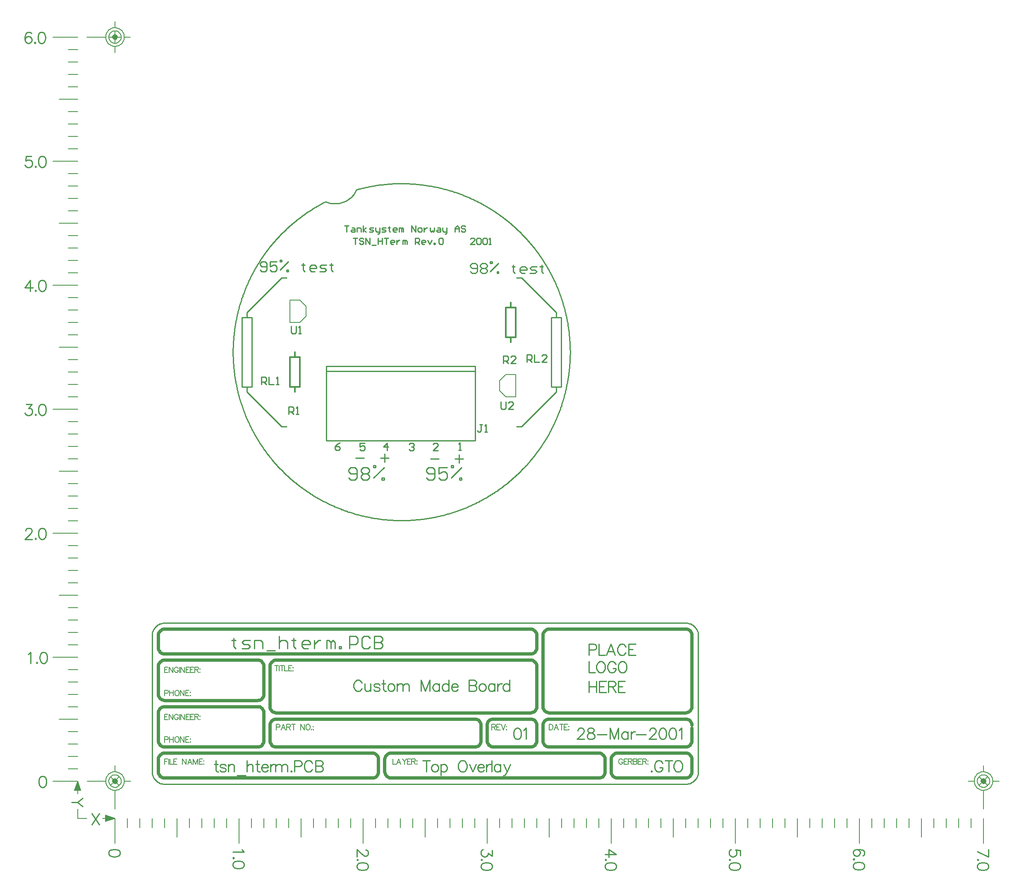
<source format=gto>
%FSLAX23Y23*%
%MOIN*%
G70*
G01*
G75*
%ADD10C,0.020*%
%ADD11C,0.009*%
%ADD12C,0.010*%
%ADD13C,0.008*%
%ADD14C,0.025*%
%ADD15C,0.005*%
%ADD16C,0.090*%
%ADD17O,0.060X0.040*%
%ADD18C,0.060*%
%ADD19C,0.062*%
%ADD20C,0.118*%
%ADD21C,0.012*%
D11*
X11493Y5555D02*
X11488Y5551D01*
X11493Y5547D01*
X11497Y5551D01*
X11493Y5555D01*
X11581Y5615D02*
X11577Y5624D01*
X11568Y5633D01*
X11560Y5637D01*
X11542D01*
X11534Y5633D01*
X11525Y5624D01*
X11521Y5615D01*
X11517Y5603D01*
Y5581D01*
X11521Y5568D01*
X11525Y5560D01*
X11534Y5551D01*
X11542Y5547D01*
X11560D01*
X11568Y5551D01*
X11577Y5560D01*
X11581Y5568D01*
Y5581D01*
X11560D02*
X11581D01*
X11632Y5637D02*
Y5547D01*
X11602Y5637D02*
X11662D01*
X11698D02*
X11689Y5633D01*
X11681Y5624D01*
X11677Y5615D01*
X11672Y5603D01*
Y5581D01*
X11677Y5568D01*
X11681Y5560D01*
X11689Y5551D01*
X11698Y5547D01*
X11715D01*
X11724Y5551D01*
X11732Y5560D01*
X11737Y5568D01*
X11741Y5581D01*
Y5603D01*
X11737Y5615D01*
X11732Y5624D01*
X11724Y5633D01*
X11715Y5637D01*
X11698D01*
X6495Y11499D02*
X6491Y11507D01*
X6478Y11512D01*
X6469D01*
X6456Y11507D01*
X6448Y11495D01*
X6443Y11473D01*
Y11452D01*
X6448Y11435D01*
X6456Y11426D01*
X6469Y11422D01*
X6473D01*
X6486Y11426D01*
X6495Y11435D01*
X6499Y11448D01*
Y11452D01*
X6495Y11465D01*
X6486Y11473D01*
X6473Y11478D01*
X6469D01*
X6456Y11473D01*
X6448Y11465D01*
X6443Y11452D01*
X6523Y11430D02*
X6519Y11426D01*
X6523Y11422D01*
X6527Y11426D01*
X6523Y11430D01*
X6573Y11512D02*
X6560Y11507D01*
X6551Y11495D01*
X6547Y11473D01*
Y11460D01*
X6551Y11439D01*
X6560Y11426D01*
X6573Y11422D01*
X6581D01*
X6594Y11426D01*
X6603Y11439D01*
X6607Y11460D01*
Y11473D01*
X6603Y11495D01*
X6594Y11507D01*
X6581Y11512D01*
X6573D01*
X6486Y9512D02*
X6443Y9452D01*
X6508D01*
X6486Y9512D02*
Y9422D01*
X6528Y9430D02*
X6524Y9426D01*
X6528Y9422D01*
X6532Y9426D01*
X6528Y9430D01*
X6578Y9512D02*
X6565Y9507D01*
X6556Y9495D01*
X6552Y9473D01*
Y9460D01*
X6556Y9439D01*
X6565Y9426D01*
X6578Y9422D01*
X6586D01*
X6599Y9426D01*
X6608Y9439D01*
X6612Y9460D01*
Y9473D01*
X6608Y9495D01*
X6599Y9507D01*
X6586Y9512D01*
X6578D01*
X6448Y7490D02*
Y7495D01*
X6452Y7503D01*
X6456Y7508D01*
X6465Y7512D01*
X6482D01*
X6491Y7508D01*
X6495Y7503D01*
X6499Y7495D01*
Y7486D01*
X6495Y7478D01*
X6486Y7465D01*
X6443Y7422D01*
X6503D01*
X6528Y7430D02*
X6524Y7426D01*
X6528Y7422D01*
X6532Y7426D01*
X6528Y7430D01*
X6578Y7512D02*
X6565Y7508D01*
X6556Y7495D01*
X6552Y7473D01*
Y7460D01*
X6556Y7439D01*
X6565Y7426D01*
X6578Y7422D01*
X6586D01*
X6599Y7426D01*
X6608Y7439D01*
X6612Y7460D01*
Y7473D01*
X6608Y7495D01*
X6599Y7508D01*
X6586Y7512D01*
X6578D01*
X6582Y5512D02*
X6569Y5508D01*
X6560Y5495D01*
X6556Y5473D01*
Y5460D01*
X6560Y5439D01*
X6569Y5426D01*
X6582Y5422D01*
X6590D01*
X6603Y5426D01*
X6612Y5439D01*
X6616Y5460D01*
Y5473D01*
X6612Y5495D01*
X6603Y5508D01*
X6590Y5512D01*
X6582D01*
X6468Y6495D02*
X6477Y6499D01*
X6490Y6512D01*
Y6422D01*
X6539Y6430D02*
X6534Y6426D01*
X6539Y6422D01*
X6543Y6426D01*
X6539Y6430D01*
X6588Y6512D02*
X6576Y6508D01*
X6567Y6495D01*
X6563Y6473D01*
Y6460D01*
X6567Y6439D01*
X6576Y6426D01*
X6588Y6422D01*
X6597D01*
X6610Y6426D01*
X6618Y6439D01*
X6623Y6460D01*
Y6473D01*
X6618Y6495D01*
X6610Y6508D01*
X6597Y6512D01*
X6588D01*
X6452Y8512D02*
X6499D01*
X6473Y8478D01*
X6486D01*
X6495Y8473D01*
X6499Y8469D01*
X6503Y8456D01*
Y8448D01*
X6499Y8435D01*
X6491Y8426D01*
X6478Y8422D01*
X6465D01*
X6452Y8426D01*
X6448Y8430D01*
X6443Y8439D01*
X6528Y8430D02*
X6524Y8426D01*
X6528Y8422D01*
X6532Y8426D01*
X6528Y8430D01*
X6578Y8512D02*
X6565Y8507D01*
X6556Y8495D01*
X6552Y8473D01*
Y8460D01*
X6556Y8439D01*
X6565Y8426D01*
X6578Y8422D01*
X6586D01*
X6599Y8426D01*
X6608Y8439D01*
X6612Y8460D01*
Y8473D01*
X6608Y8495D01*
X6599Y8507D01*
X6586Y8512D01*
X6578D01*
X6495Y10512D02*
X6452D01*
X6448Y10473D01*
X6452Y10478D01*
X6465Y10482D01*
X6478D01*
X6491Y10478D01*
X6499Y10469D01*
X6503Y10456D01*
Y10448D01*
X6499Y10435D01*
X6491Y10426D01*
X6478Y10422D01*
X6465D01*
X6452Y10426D01*
X6448Y10430D01*
X6443Y10439D01*
X6528Y10430D02*
X6524Y10426D01*
X6528Y10422D01*
X6532Y10426D01*
X6528Y10430D01*
X6578Y10512D02*
X6565Y10507D01*
X6556Y10495D01*
X6552Y10473D01*
Y10460D01*
X6556Y10439D01*
X6565Y10426D01*
X6578Y10422D01*
X6586D01*
X6599Y10426D01*
X6608Y10439D01*
X6612Y10460D01*
Y10473D01*
X6608Y10495D01*
X6599Y10507D01*
X6586Y10512D01*
X6578D01*
X14208Y4862D02*
X14118Y4905D01*
X14208Y4922D02*
Y4862D01*
X14127Y4837D02*
X14123Y4842D01*
X14118Y4837D01*
X14123Y4833D01*
X14127Y4837D01*
X14208Y4788D02*
X14204Y4801D01*
X14191Y4809D01*
X14170Y4813D01*
X14157D01*
X14136Y4809D01*
X14123Y4801D01*
X14118Y4788D01*
Y4779D01*
X14123Y4766D01*
X14136Y4758D01*
X14157Y4753D01*
X14170D01*
X14191Y4758D01*
X14204Y4766D01*
X14208Y4779D01*
Y4788D01*
X12208Y4870D02*
Y4913D01*
X12170Y4918D01*
X12174Y4913D01*
X12178Y4900D01*
Y4888D01*
X12174Y4875D01*
X12166Y4866D01*
X12153Y4862D01*
X12144D01*
X12131Y4866D01*
X12123Y4875D01*
X12118Y4888D01*
Y4900D01*
X12123Y4913D01*
X12127Y4918D01*
X12136Y4922D01*
X12127Y4837D02*
X12123Y4842D01*
X12118Y4837D01*
X12123Y4833D01*
X12127Y4837D01*
X12208Y4788D02*
X12204Y4801D01*
X12191Y4809D01*
X12170Y4813D01*
X12157D01*
X12136Y4809D01*
X12123Y4801D01*
X12118Y4788D01*
Y4779D01*
X12123Y4766D01*
X12136Y4758D01*
X12157Y4753D01*
X12170D01*
X12191Y4758D01*
X12204Y4766D01*
X12208Y4779D01*
Y4788D01*
X10208Y4913D02*
Y4866D01*
X10174Y4892D01*
Y4879D01*
X10170Y4870D01*
X10166Y4866D01*
X10153Y4862D01*
X10144D01*
X10131Y4866D01*
X10123Y4875D01*
X10118Y4888D01*
Y4900D01*
X10123Y4913D01*
X10127Y4918D01*
X10136Y4922D01*
X10127Y4837D02*
X10123Y4842D01*
X10118Y4837D01*
X10123Y4833D01*
X10127Y4837D01*
X10208Y4788D02*
X10204Y4801D01*
X10191Y4809D01*
X10170Y4813D01*
X10157D01*
X10136Y4809D01*
X10123Y4801D01*
X10118Y4788D01*
Y4779D01*
X10123Y4766D01*
X10136Y4758D01*
X10157Y4753D01*
X10170D01*
X10191Y4758D01*
X10204Y4766D01*
X10208Y4779D01*
Y4788D01*
X8191Y4922D02*
X8196Y4913D01*
X8208Y4900D01*
X8118D01*
X8127Y4852D02*
X8123Y4856D01*
X8118Y4852D01*
X8123Y4847D01*
X8127Y4852D01*
X8208Y4802D02*
X8204Y4815D01*
X8191Y4823D01*
X8170Y4828D01*
X8157D01*
X8136Y4823D01*
X8123Y4815D01*
X8118Y4802D01*
Y4793D01*
X8123Y4780D01*
X8136Y4772D01*
X8157Y4768D01*
X8170D01*
X8191Y4772D01*
X8204Y4780D01*
X8208Y4793D01*
Y4802D01*
X7208Y4896D02*
X7204Y4909D01*
X7191Y4918D01*
X7170Y4922D01*
X7157D01*
X7136Y4918D01*
X7123Y4909D01*
X7118Y4896D01*
Y4888D01*
X7123Y4875D01*
X7136Y4866D01*
X7157Y4862D01*
X7170D01*
X7191Y4866D01*
X7204Y4875D01*
X7208Y4888D01*
Y4896D01*
X9187Y4918D02*
X9191D01*
X9200Y4913D01*
X9204Y4909D01*
X9208Y4900D01*
Y4883D01*
X9204Y4875D01*
X9200Y4870D01*
X9191Y4866D01*
X9183D01*
X9174Y4870D01*
X9161Y4879D01*
X9118Y4922D01*
Y4862D01*
X9127Y4837D02*
X9123Y4842D01*
X9118Y4837D01*
X9123Y4833D01*
X9127Y4837D01*
X9208Y4788D02*
X9204Y4801D01*
X9191Y4809D01*
X9170Y4813D01*
X9157D01*
X9136Y4809D01*
X9123Y4801D01*
X9118Y4788D01*
Y4779D01*
X9123Y4766D01*
X9136Y4758D01*
X9157Y4753D01*
X9170D01*
X9191Y4758D01*
X9204Y4766D01*
X9208Y4779D01*
Y4788D01*
X11208Y4879D02*
X11148Y4922D01*
Y4858D01*
X11208Y4879D02*
X11118D01*
X11127Y4837D02*
X11123Y4842D01*
X11118Y4837D01*
X11123Y4833D01*
X11127Y4837D01*
X11208Y4788D02*
X11204Y4801D01*
X11191Y4809D01*
X11170Y4813D01*
X11157D01*
X11136Y4809D01*
X11123Y4801D01*
X11118Y4788D01*
Y4779D01*
X11123Y4766D01*
X11136Y4758D01*
X11157Y4753D01*
X11170D01*
X11191Y4758D01*
X11204Y4766D01*
X11208Y4779D01*
Y4788D01*
X13196Y4870D02*
X13204Y4875D01*
X13208Y4888D01*
Y4896D01*
X13204Y4909D01*
X13191Y4918D01*
X13170Y4922D01*
X13148D01*
X13131Y4918D01*
X13123Y4909D01*
X13118Y4896D01*
Y4892D01*
X13123Y4879D01*
X13131Y4870D01*
X13144Y4866D01*
X13148D01*
X13161Y4870D01*
X13170Y4879D01*
X13174Y4892D01*
Y4896D01*
X13170Y4909D01*
X13161Y4918D01*
X13148Y4922D01*
X13127Y4842D02*
X13123Y4846D01*
X13118Y4842D01*
X13123Y4838D01*
X13127Y4842D01*
X13208Y4792D02*
X13204Y4805D01*
X13191Y4814D01*
X13170Y4818D01*
X13157D01*
X13136Y4814D01*
X13123Y4805D01*
X13118Y4792D01*
Y4784D01*
X13123Y4771D01*
X13136Y4762D01*
X13157Y4758D01*
X13170D01*
X13191Y4762D01*
X13204Y4771D01*
X13208Y4784D01*
Y4792D01*
X6981Y5212D02*
X7041Y5122D01*
Y5212D02*
X6981Y5122D01*
X6908Y5334D02*
X6866Y5300D01*
X6818D01*
X6908Y5266D02*
X6866Y5300D01*
X10898Y5878D02*
Y5882D01*
X10902Y5891D01*
X10906Y5895D01*
X10915Y5899D01*
X10932D01*
X10941Y5895D01*
X10945Y5891D01*
X10949Y5882D01*
Y5874D01*
X10945Y5865D01*
X10936Y5852D01*
X10893Y5809D01*
X10953D01*
X10995Y5899D02*
X10982Y5895D01*
X10978Y5886D01*
Y5878D01*
X10982Y5869D01*
X10991Y5865D01*
X11008Y5861D01*
X11021Y5856D01*
X11029Y5848D01*
X11034Y5839D01*
Y5826D01*
X11029Y5818D01*
X11025Y5814D01*
X11012Y5809D01*
X10995D01*
X10982Y5814D01*
X10978Y5818D01*
X10974Y5826D01*
Y5839D01*
X10978Y5848D01*
X10986Y5856D01*
X10999Y5861D01*
X11016Y5865D01*
X11025Y5869D01*
X11029Y5878D01*
Y5886D01*
X11025Y5895D01*
X11012Y5899D01*
X10995D01*
X11054Y5848D02*
X11131D01*
X11157Y5899D02*
Y5809D01*
Y5899D02*
X11192Y5809D01*
X11226Y5899D02*
X11192Y5809D01*
X11226Y5899D02*
Y5809D01*
X11303Y5869D02*
Y5809D01*
Y5856D02*
X11295Y5865D01*
X11286Y5869D01*
X11273D01*
X11265Y5865D01*
X11256Y5856D01*
X11252Y5844D01*
Y5835D01*
X11256Y5822D01*
X11265Y5814D01*
X11273Y5809D01*
X11286D01*
X11295Y5814D01*
X11303Y5822D01*
X11327Y5869D02*
Y5809D01*
Y5844D02*
X11331Y5856D01*
X11340Y5865D01*
X11349Y5869D01*
X11361D01*
X11370Y5848D02*
X11447D01*
X11478Y5878D02*
Y5882D01*
X11482Y5891D01*
X11486Y5895D01*
X11495Y5899D01*
X11512D01*
X11520Y5895D01*
X11525Y5891D01*
X11529Y5882D01*
Y5874D01*
X11525Y5865D01*
X11516Y5852D01*
X11473Y5809D01*
X11533D01*
X11579Y5899D02*
X11566Y5895D01*
X11558Y5882D01*
X11553Y5861D01*
Y5848D01*
X11558Y5826D01*
X11566Y5814D01*
X11579Y5809D01*
X11588D01*
X11600Y5814D01*
X11609Y5826D01*
X11613Y5848D01*
Y5861D01*
X11609Y5882D01*
X11600Y5895D01*
X11588Y5899D01*
X11579D01*
X11659D02*
X11646Y5895D01*
X11638Y5882D01*
X11633Y5861D01*
Y5848D01*
X11638Y5826D01*
X11646Y5814D01*
X11659Y5809D01*
X11668D01*
X11681Y5814D01*
X11689Y5826D01*
X11693Y5848D01*
Y5861D01*
X11689Y5882D01*
X11681Y5895D01*
X11668Y5899D01*
X11659D01*
X11714Y5882D02*
X11722Y5886D01*
X11735Y5899D01*
Y5809D01*
X10988Y6277D02*
Y6187D01*
X11048Y6277D02*
Y6187D01*
X10988Y6234D02*
X11048D01*
X11129Y6277D02*
X11073D01*
Y6187D01*
X11129D01*
X11073Y6234D02*
X11108D01*
X11144Y6277D02*
Y6187D01*
Y6277D02*
X11183D01*
X11195Y6273D01*
X11200Y6268D01*
X11204Y6260D01*
Y6251D01*
X11200Y6243D01*
X11195Y6238D01*
X11183Y6234D01*
X11144D01*
X11174D02*
X11204Y6187D01*
X11280Y6277D02*
X11224D01*
Y6187D01*
X11280D01*
X11224Y6234D02*
X11258D01*
X10988Y6437D02*
Y6347D01*
X11040D01*
X11075Y6437D02*
X11067Y6432D01*
X11058Y6424D01*
X11054Y6415D01*
X11050Y6403D01*
Y6381D01*
X11054Y6368D01*
X11058Y6360D01*
X11067Y6351D01*
X11075Y6347D01*
X11093D01*
X11101Y6351D01*
X11110Y6360D01*
X11114Y6368D01*
X11118Y6381D01*
Y6403D01*
X11114Y6415D01*
X11110Y6424D01*
X11101Y6432D01*
X11093Y6437D01*
X11075D01*
X11204Y6415D02*
X11199Y6424D01*
X11191Y6432D01*
X11182Y6437D01*
X11165D01*
X11156Y6432D01*
X11148Y6424D01*
X11144Y6415D01*
X11139Y6403D01*
Y6381D01*
X11144Y6368D01*
X11148Y6360D01*
X11156Y6351D01*
X11165Y6347D01*
X11182D01*
X11191Y6351D01*
X11199Y6360D01*
X11204Y6368D01*
Y6381D01*
X11182D02*
X11204D01*
X11250Y6437D02*
X11241Y6432D01*
X11233Y6424D01*
X11228Y6415D01*
X11224Y6403D01*
Y6381D01*
X11228Y6368D01*
X11233Y6360D01*
X11241Y6351D01*
X11250Y6347D01*
X11267D01*
X11276Y6351D01*
X11284Y6360D01*
X11288Y6368D01*
X11293Y6381D01*
Y6403D01*
X11288Y6415D01*
X11284Y6424D01*
X11276Y6432D01*
X11267Y6437D01*
X11250D01*
X10988Y6530D02*
X11027D01*
X11040Y6534D01*
X11044Y6538D01*
X11048Y6547D01*
Y6560D01*
X11044Y6568D01*
X11040Y6573D01*
X11027Y6577D01*
X10988D01*
Y6487D01*
X11069Y6577D02*
Y6487D01*
X11120D01*
X11198D02*
X11164Y6577D01*
X11130Y6487D01*
X11143Y6517D02*
X11186D01*
X11284Y6555D02*
X11279Y6564D01*
X11271Y6573D01*
X11262Y6577D01*
X11245D01*
X11237Y6573D01*
X11228Y6564D01*
X11224Y6555D01*
X11219Y6543D01*
Y6521D01*
X11224Y6508D01*
X11228Y6500D01*
X11237Y6491D01*
X11245Y6487D01*
X11262D01*
X11271Y6491D01*
X11279Y6500D01*
X11284Y6508D01*
X11365Y6577D02*
X11309D01*
Y6487D01*
X11365D01*
X11309Y6534D02*
X11343D01*
X10407Y5899D02*
X10394Y5895D01*
X10385Y5882D01*
X10381Y5861D01*
Y5848D01*
X10385Y5826D01*
X10394Y5814D01*
X10407Y5809D01*
X10415D01*
X10428Y5814D01*
X10437Y5826D01*
X10441Y5848D01*
Y5861D01*
X10437Y5882D01*
X10428Y5895D01*
X10415Y5899D01*
X10407D01*
X10461Y5882D02*
X10470Y5886D01*
X10483Y5899D01*
Y5809D01*
X9678Y5637D02*
Y5547D01*
X9648Y5637D02*
X9708D01*
X9741Y5607D02*
X9732Y5603D01*
X9723Y5594D01*
X9719Y5581D01*
Y5573D01*
X9723Y5560D01*
X9732Y5551D01*
X9741Y5547D01*
X9753D01*
X9762Y5551D01*
X9771Y5560D01*
X9775Y5573D01*
Y5581D01*
X9771Y5594D01*
X9762Y5603D01*
X9753Y5607D01*
X9741D01*
X9795D02*
Y5517D01*
Y5594D02*
X9803Y5603D01*
X9812Y5607D01*
X9825D01*
X9833Y5603D01*
X9842Y5594D01*
X9846Y5581D01*
Y5573D01*
X9842Y5560D01*
X9833Y5551D01*
X9825Y5547D01*
X9812D01*
X9803Y5551D01*
X9795Y5560D01*
X9962Y5637D02*
X9953Y5633D01*
X9945Y5624D01*
X9940Y5615D01*
X9936Y5603D01*
Y5581D01*
X9940Y5568D01*
X9945Y5560D01*
X9953Y5551D01*
X9962Y5547D01*
X9979D01*
X9987Y5551D01*
X9996Y5560D01*
X10000Y5568D01*
X10005Y5581D01*
Y5603D01*
X10000Y5615D01*
X9996Y5624D01*
X9987Y5633D01*
X9979Y5637D01*
X9962D01*
X10026Y5607D02*
X10051Y5547D01*
X10077Y5607D02*
X10051Y5547D01*
X10092Y5581D02*
X10143D01*
Y5590D01*
X10139Y5598D01*
X10134Y5603D01*
X10126Y5607D01*
X10113D01*
X10104Y5603D01*
X10096Y5594D01*
X10092Y5581D01*
Y5573D01*
X10096Y5560D01*
X10104Y5551D01*
X10113Y5547D01*
X10126D01*
X10134Y5551D01*
X10143Y5560D01*
X10162Y5607D02*
Y5547D01*
Y5581D02*
X10167Y5594D01*
X10175Y5603D01*
X10184Y5607D01*
X10197D01*
X10205Y5637D02*
Y5547D01*
X10275Y5607D02*
Y5547D01*
Y5594D02*
X10266Y5603D01*
X10258Y5607D01*
X10245D01*
X10236Y5603D01*
X10228Y5594D01*
X10224Y5581D01*
Y5573D01*
X10228Y5560D01*
X10236Y5551D01*
X10245Y5547D01*
X10258D01*
X10266Y5551D01*
X10275Y5560D01*
X10303Y5607D02*
X10329Y5547D01*
X10355Y5607D02*
X10329Y5547D01*
X10320Y5530D01*
X10312Y5521D01*
X10303Y5517D01*
X10299D01*
X7981Y5637D02*
Y5564D01*
X7986Y5551D01*
X7994Y5547D01*
X8003D01*
X7968Y5607D02*
X7998D01*
X8063Y5594D02*
X8058Y5603D01*
X8046Y5607D01*
X8033D01*
X8020Y5603D01*
X8016Y5594D01*
X8020Y5585D01*
X8028Y5581D01*
X8050Y5577D01*
X8058Y5573D01*
X8063Y5564D01*
Y5560D01*
X8058Y5551D01*
X8046Y5547D01*
X8033D01*
X8020Y5551D01*
X8016Y5560D01*
X8082Y5607D02*
Y5547D01*
Y5590D02*
X8094Y5603D01*
X8103Y5607D01*
X8116D01*
X8124Y5603D01*
X8129Y5590D01*
Y5547D01*
X8152Y5517D02*
X8221D01*
X8232Y5637D02*
Y5547D01*
Y5590D02*
X8245Y5603D01*
X8254Y5607D01*
X8267D01*
X8275Y5603D01*
X8280Y5590D01*
Y5547D01*
X8316Y5637D02*
Y5564D01*
X8320Y5551D01*
X8329Y5547D01*
X8337D01*
X8303Y5607D02*
X8333D01*
X8350Y5581D02*
X8402D01*
Y5590D01*
X8397Y5598D01*
X8393Y5603D01*
X8385Y5607D01*
X8372D01*
X8363Y5603D01*
X8355Y5594D01*
X8350Y5581D01*
Y5573D01*
X8355Y5560D01*
X8363Y5551D01*
X8372Y5547D01*
X8385D01*
X8393Y5551D01*
X8402Y5560D01*
X8421Y5607D02*
Y5547D01*
Y5581D02*
X8425Y5594D01*
X8434Y5603D01*
X8442Y5607D01*
X8455D01*
X8463D02*
Y5547D01*
Y5590D02*
X8476Y5603D01*
X8485Y5607D01*
X8498D01*
X8506Y5603D01*
X8511Y5590D01*
Y5547D01*
Y5590D02*
X8523Y5603D01*
X8532Y5607D01*
X8545D01*
X8553Y5603D01*
X8558Y5590D01*
Y5547D01*
X8590Y5555D02*
X8586Y5551D01*
X8590Y5547D01*
X8595Y5551D01*
X8590Y5555D01*
X8614Y5590D02*
X8653D01*
X8666Y5594D01*
X8670Y5598D01*
X8674Y5607D01*
Y5620D01*
X8670Y5628D01*
X8666Y5633D01*
X8653Y5637D01*
X8614D01*
Y5547D01*
X8759Y5615D02*
X8754Y5624D01*
X8746Y5633D01*
X8737Y5637D01*
X8720D01*
X8711Y5633D01*
X8703Y5624D01*
X8699Y5615D01*
X8694Y5603D01*
Y5581D01*
X8699Y5568D01*
X8703Y5560D01*
X8711Y5551D01*
X8720Y5547D01*
X8737D01*
X8746Y5551D01*
X8754Y5560D01*
X8759Y5568D01*
X8784Y5637D02*
Y5547D01*
Y5637D02*
X8822D01*
X8835Y5633D01*
X8840Y5628D01*
X8844Y5620D01*
Y5611D01*
X8840Y5603D01*
X8835Y5598D01*
X8822Y5594D01*
X8784D02*
X8822D01*
X8835Y5590D01*
X8840Y5585D01*
X8844Y5577D01*
Y5564D01*
X8840Y5555D01*
X8835Y5551D01*
X8822Y5547D01*
X8784D01*
X9158Y6265D02*
X9153Y6274D01*
X9145Y6282D01*
X9136Y6287D01*
X9119D01*
X9111Y6282D01*
X9102Y6274D01*
X9098Y6265D01*
X9093Y6253D01*
Y6231D01*
X9098Y6218D01*
X9102Y6210D01*
X9111Y6201D01*
X9119Y6197D01*
X9136D01*
X9145Y6201D01*
X9153Y6210D01*
X9158Y6218D01*
X9183Y6257D02*
Y6214D01*
X9187Y6201D01*
X9196Y6197D01*
X9209D01*
X9217Y6201D01*
X9230Y6214D01*
Y6257D02*
Y6197D01*
X9301Y6244D02*
X9297Y6253D01*
X9284Y6257D01*
X9271D01*
X9258Y6253D01*
X9254Y6244D01*
X9258Y6235D01*
X9267Y6231D01*
X9288Y6227D01*
X9297Y6223D01*
X9301Y6214D01*
Y6210D01*
X9297Y6201D01*
X9284Y6197D01*
X9271D01*
X9258Y6201D01*
X9254Y6210D01*
X9333Y6287D02*
Y6214D01*
X9337Y6201D01*
X9345Y6197D01*
X9354D01*
X9320Y6257D02*
X9350D01*
X9388D02*
X9380Y6253D01*
X9371Y6244D01*
X9367Y6231D01*
Y6223D01*
X9371Y6210D01*
X9380Y6201D01*
X9388Y6197D01*
X9401D01*
X9410Y6201D01*
X9418Y6210D01*
X9423Y6223D01*
Y6231D01*
X9418Y6244D01*
X9410Y6253D01*
X9401Y6257D01*
X9388D01*
X9442D02*
Y6197D01*
Y6240D02*
X9455Y6253D01*
X9464Y6257D01*
X9477D01*
X9485Y6253D01*
X9489Y6240D01*
Y6197D01*
Y6240D02*
X9502Y6253D01*
X9511Y6257D01*
X9524D01*
X9532Y6253D01*
X9537Y6240D01*
Y6197D01*
X9636Y6287D02*
Y6197D01*
Y6287D02*
X9670Y6197D01*
X9704Y6287D02*
X9670Y6197D01*
X9704Y6287D02*
Y6197D01*
X9781Y6257D02*
Y6197D01*
Y6244D02*
X9773Y6253D01*
X9764Y6257D01*
X9751D01*
X9743Y6253D01*
X9734Y6244D01*
X9730Y6231D01*
Y6223D01*
X9734Y6210D01*
X9743Y6201D01*
X9751Y6197D01*
X9764D01*
X9773Y6201D01*
X9781Y6210D01*
X9857Y6287D02*
Y6197D01*
Y6244D02*
X9848Y6253D01*
X9839Y6257D01*
X9827D01*
X9818Y6253D01*
X9809Y6244D01*
X9805Y6231D01*
Y6223D01*
X9809Y6210D01*
X9818Y6201D01*
X9827Y6197D01*
X9839D01*
X9848Y6201D01*
X9857Y6210D01*
X9881Y6231D02*
X9932D01*
Y6240D01*
X9928Y6248D01*
X9923Y6253D01*
X9915Y6257D01*
X9902D01*
X9893Y6253D01*
X9885Y6244D01*
X9881Y6231D01*
Y6223D01*
X9885Y6210D01*
X9893Y6201D01*
X9902Y6197D01*
X9915D01*
X9923Y6201D01*
X9932Y6210D01*
X10022Y6287D02*
Y6197D01*
Y6287D02*
X10061D01*
X10073Y6282D01*
X10078Y6278D01*
X10082Y6270D01*
Y6261D01*
X10078Y6253D01*
X10073Y6248D01*
X10061Y6244D01*
X10022D02*
X10061D01*
X10073Y6240D01*
X10078Y6235D01*
X10082Y6227D01*
Y6214D01*
X10078Y6205D01*
X10073Y6201D01*
X10061Y6197D01*
X10022D01*
X10124Y6257D02*
X10115Y6253D01*
X10106Y6244D01*
X10102Y6231D01*
Y6223D01*
X10106Y6210D01*
X10115Y6201D01*
X10124Y6197D01*
X10136D01*
X10145Y6201D01*
X10154Y6210D01*
X10158Y6223D01*
Y6231D01*
X10154Y6244D01*
X10145Y6253D01*
X10136Y6257D01*
X10124D01*
X10229D02*
Y6197D01*
Y6244D02*
X10220Y6253D01*
X10212Y6257D01*
X10199D01*
X10190Y6253D01*
X10182Y6244D01*
X10178Y6231D01*
Y6223D01*
X10182Y6210D01*
X10190Y6201D01*
X10199Y6197D01*
X10212D01*
X10220Y6201D01*
X10229Y6210D01*
X10253Y6257D02*
Y6197D01*
Y6231D02*
X10257Y6244D01*
X10266Y6253D01*
X10274Y6257D01*
X10287D01*
X10347Y6287D02*
Y6197D01*
Y6244D02*
X10338Y6253D01*
X10330Y6257D01*
X10317D01*
X10308Y6253D01*
X10300Y6244D01*
X10295Y6231D01*
Y6223D01*
X10300Y6210D01*
X10308Y6201D01*
X10317Y6197D01*
X10330D01*
X10338Y6201D01*
X10347Y6210D01*
D12*
X10071Y8217D02*
Y8817D01*
X8871Y8217D02*
X10071D01*
X8871D02*
Y8817D01*
X10071D01*
X8871Y8777D02*
X10071D01*
X8272Y8652D02*
Y9212D01*
X8192D02*
X8272D01*
X8192Y8652D02*
Y9212D01*
Y8652D02*
X8272D01*
X8232Y8612D02*
Y8652D01*
Y8612D02*
X8512Y8332D01*
X8552D01*
X8232Y9212D02*
Y9252D01*
X8512Y9532D01*
X8552D01*
X10685Y8652D02*
Y9212D01*
Y8652D02*
X10765D01*
Y9212D01*
X10685D02*
X10765D01*
X10725D02*
Y9252D01*
X10445Y9532D02*
X10725Y9252D01*
X10405Y9532D02*
X10445D01*
X10725Y8612D02*
Y8652D01*
X10445Y8332D02*
X10725Y8612D01*
X10405Y8332D02*
X10445D01*
X10128Y8347D02*
X10108D01*
X10118D01*
Y8297D01*
X10108Y8287D01*
X10098D01*
X10088Y8297D01*
X10148Y8287D02*
X10168D01*
X10158D01*
Y8347D01*
X10148Y8337D01*
X8568Y8432D02*
Y8492D01*
X8598D01*
X8608Y8482D01*
Y8462D01*
X8598Y8452D01*
X8568D01*
X8588D02*
X8608Y8432D01*
X8628D02*
X8648D01*
X8638D01*
Y8492D01*
X8628Y8482D01*
X10298Y8842D02*
Y8902D01*
X10328D01*
X10338Y8892D01*
Y8872D01*
X10328Y8862D01*
X10298D01*
X10318D02*
X10338Y8842D01*
X10398D02*
X10358D01*
X10398Y8882D01*
Y8892D01*
X10388Y8902D01*
X10368D01*
X10358Y8892D01*
X8348Y8672D02*
Y8732D01*
X8378D01*
X8388Y8722D01*
Y8702D01*
X8378Y8692D01*
X8348D01*
X8368D02*
X8388Y8672D01*
X8408Y8732D02*
Y8672D01*
X8448D01*
X8468D02*
X8488D01*
X8478D01*
Y8732D01*
X8468Y8722D01*
X10488Y8852D02*
Y8912D01*
X10518D01*
X10528Y8902D01*
Y8882D01*
X10518Y8872D01*
X10488D01*
X10508D02*
X10528Y8852D01*
X10548Y8912D02*
Y8852D01*
X10588D01*
X10648D02*
X10608D01*
X10648Y8892D01*
Y8902D01*
X10638Y8912D01*
X10618D01*
X10608Y8902D01*
X8588Y9142D02*
Y9092D01*
X8598Y9082D01*
X8618D01*
X8628Y9092D01*
Y9142D01*
X8648Y9082D02*
X8668D01*
X8658D01*
Y9142D01*
X8648Y9132D01*
X10278Y8532D02*
Y8482D01*
X10288Y8472D01*
X10308D01*
X10318Y8482D01*
Y8532D01*
X10378Y8472D02*
X10338D01*
X10378Y8512D01*
Y8522D01*
X10368Y8532D01*
X10348D01*
X10338Y8522D01*
X10067Y9802D02*
X10033D01*
X10067Y9835D01*
Y9843D01*
X10058Y9852D01*
X10042D01*
X10033Y9843D01*
X10083D02*
X10092Y9852D01*
X10108D01*
X10117Y9843D01*
Y9810D01*
X10108Y9802D01*
X10092D01*
X10083Y9810D01*
Y9843D01*
X10133D02*
X10142Y9852D01*
X10158D01*
X10167Y9843D01*
Y9810D01*
X10158Y9802D01*
X10142D01*
X10133Y9810D01*
Y9843D01*
X10183Y9802D02*
X10200D01*
X10192D01*
Y9852D01*
X10183Y9843D01*
X9938Y8142D02*
X9958D01*
X9948D01*
Y8202D01*
X9938Y8192D01*
X9773Y8137D02*
X9733D01*
X9773Y8177D01*
Y8187D01*
X9763Y8197D01*
X9743D01*
X9733Y8187D01*
X9538D02*
X9548Y8197D01*
X9568D01*
X9578Y8187D01*
Y8177D01*
X9568Y8167D01*
X9558D01*
X9568D01*
X9578Y8157D01*
Y8147D01*
X9568Y8137D01*
X9548D01*
X9538Y8147D01*
X9363Y8137D02*
Y8197D01*
X9333Y8167D01*
X9373D01*
X9183Y8197D02*
X9143D01*
Y8167D01*
X9163Y8177D01*
X9173D01*
X9183Y8167D01*
Y8147D01*
X9173Y8137D01*
X9153D01*
X9143Y8147D01*
X8983Y8202D02*
X8963Y8192D01*
X8943Y8172D01*
Y8152D01*
X8953Y8142D01*
X8973D01*
X8983Y8152D01*
Y8162D01*
X8973Y8172D01*
X8943D01*
X9678Y7918D02*
X9695Y7902D01*
X9728D01*
X9745Y7918D01*
Y7985D01*
X9728Y8002D01*
X9695D01*
X9678Y7985D01*
Y7968D01*
X9695Y7952D01*
X9745D01*
X9845Y8002D02*
X9778D01*
Y7952D01*
X9812Y7968D01*
X9828D01*
X9845Y7952D01*
Y7918D01*
X9828Y7902D01*
X9795D01*
X9778Y7918D01*
X9878D02*
X9962Y8002D01*
X9878D02*
Y8018D01*
X9895D01*
Y8002D01*
X9878D01*
X9945Y7902D02*
Y7918D01*
X9962D01*
Y7902D01*
X9945D01*
X8338Y9595D02*
X8352Y9582D01*
X8378D01*
X8392Y9595D01*
Y9648D01*
X8378Y9662D01*
X8352D01*
X8338Y9648D01*
Y9635D01*
X8352Y9622D01*
X8392D01*
X8472Y9662D02*
X8418D01*
Y9622D01*
X8445Y9635D01*
X8458D01*
X8472Y9622D01*
Y9595D01*
X8458Y9582D01*
X8432D01*
X8418Y9595D01*
X8498D02*
X8565Y9662D01*
X8498D02*
Y9675D01*
X8512D01*
Y9662D01*
X8498D01*
X8552Y9582D02*
Y9595D01*
X8565D01*
Y9582D01*
X8552D01*
X8685Y9648D02*
Y9635D01*
X8672D01*
X8698D01*
X8685D01*
Y9595D01*
X8698Y9582D01*
X8778D02*
X8752D01*
X8738Y9595D01*
Y9622D01*
X8752Y9635D01*
X8778D01*
X8792Y9622D01*
Y9608D01*
X8738D01*
X8818Y9582D02*
X8858D01*
X8872Y9595D01*
X8858Y9608D01*
X8832D01*
X8818Y9622D01*
X8832Y9635D01*
X8872D01*
X8912Y9648D02*
Y9635D01*
X8898D01*
X8925D01*
X8912D01*
Y9595D01*
X8925Y9582D01*
X10033Y9580D02*
X10047Y9567D01*
X10073D01*
X10087Y9580D01*
Y9633D01*
X10073Y9647D01*
X10047D01*
X10033Y9633D01*
Y9620D01*
X10047Y9607D01*
X10087D01*
X10113Y9633D02*
X10127Y9647D01*
X10153D01*
X10167Y9633D01*
Y9620D01*
X10153Y9607D01*
X10167Y9593D01*
Y9580D01*
X10153Y9567D01*
X10127D01*
X10113Y9580D01*
Y9593D01*
X10127Y9607D01*
X10113Y9620D01*
Y9633D01*
X10127Y9607D02*
X10153D01*
X10193Y9580D02*
X10260Y9647D01*
X10193D02*
Y9660D01*
X10207D01*
Y9647D01*
X10193D01*
X10247Y9567D02*
Y9580D01*
X10260D01*
Y9567D01*
X10247D01*
X10380Y9633D02*
Y9620D01*
X10367D01*
X10393D01*
X10380D01*
Y9580D01*
X10393Y9567D01*
X10473D02*
X10447D01*
X10433Y9580D01*
Y9607D01*
X10447Y9620D01*
X10473D01*
X10487Y9607D01*
Y9593D01*
X10433D01*
X10513Y9567D02*
X10553D01*
X10567Y9580D01*
X10553Y9593D01*
X10527D01*
X10513Y9607D01*
X10527Y9620D01*
X10567D01*
X10607Y9633D02*
Y9620D01*
X10593D01*
X10620D01*
X10607D01*
Y9580D01*
X10620Y9567D01*
X9908Y8072D02*
X9975D01*
X9942Y8105D02*
Y8038D01*
X9713Y8072D02*
X9780D01*
X9308Y8077D02*
X9375D01*
X9342Y8110D02*
Y8043D01*
X9108Y8077D02*
X9175D01*
X9053Y7918D02*
X9070Y7902D01*
X9103D01*
X9120Y7918D01*
Y7985D01*
X9103Y8002D01*
X9070D01*
X9053Y7985D01*
Y7968D01*
X9070Y7952D01*
X9120D01*
X9153Y7985D02*
X9170Y8002D01*
X9203D01*
X9220Y7985D01*
Y7968D01*
X9203Y7952D01*
X9220Y7935D01*
Y7918D01*
X9203Y7902D01*
X9170D01*
X9153Y7918D01*
Y7935D01*
X9170Y7952D01*
X9153Y7968D01*
Y7985D01*
X9170Y7952D02*
X9203D01*
X9253Y7918D02*
X9337Y8002D01*
X9253D02*
Y8018D01*
X9270D01*
Y8002D01*
X9253D01*
X9320Y7902D02*
Y7918D01*
X9337D01*
Y7902D01*
X9320D01*
X9018Y9952D02*
X9052D01*
X9035D01*
Y9902D01*
X9077Y9935D02*
X9093D01*
X9102Y9927D01*
Y9902D01*
X9077D01*
X9068Y9910D01*
X9077Y9918D01*
X9102D01*
X9118Y9902D02*
Y9935D01*
X9143D01*
X9152Y9927D01*
Y9902D01*
X9168D02*
Y9952D01*
Y9918D02*
X9193Y9935D01*
X9168Y9918D02*
X9193Y9902D01*
X9218D02*
X9243D01*
X9252Y9910D01*
X9243Y9918D01*
X9227D01*
X9218Y9927D01*
X9227Y9935D01*
X9252D01*
X9268D02*
Y9910D01*
X9277Y9902D01*
X9302D01*
Y9893D01*
X9293Y9885D01*
X9285D01*
X9302Y9902D02*
Y9935D01*
X9318Y9902D02*
X9343D01*
X9352Y9910D01*
X9343Y9918D01*
X9327D01*
X9318Y9927D01*
X9327Y9935D01*
X9352D01*
X9377Y9943D02*
Y9935D01*
X9368D01*
X9385D01*
X9377D01*
Y9910D01*
X9385Y9902D01*
X9435D02*
X9418D01*
X9410Y9910D01*
Y9927D01*
X9418Y9935D01*
X9435D01*
X9443Y9927D01*
Y9918D01*
X9410D01*
X9460Y9902D02*
Y9935D01*
X9468D01*
X9477Y9927D01*
Y9902D01*
Y9927D01*
X9485Y9935D01*
X9493Y9927D01*
Y9902D01*
X9560D02*
Y9952D01*
X9593Y9902D01*
Y9952D01*
X9618Y9902D02*
X9635D01*
X9643Y9910D01*
Y9927D01*
X9635Y9935D01*
X9618D01*
X9610Y9927D01*
Y9910D01*
X9618Y9902D01*
X9660Y9935D02*
Y9902D01*
Y9918D01*
X9668Y9927D01*
X9677Y9935D01*
X9685D01*
X9710D02*
Y9910D01*
X9718Y9902D01*
X9727Y9910D01*
X9735Y9902D01*
X9743Y9910D01*
Y9935D01*
X9768D02*
X9785D01*
X9793Y9927D01*
Y9902D01*
X9768D01*
X9760Y9910D01*
X9768Y9918D01*
X9793D01*
X9810Y9935D02*
Y9910D01*
X9818Y9902D01*
X9843D01*
Y9893D01*
X9835Y9885D01*
X9827D01*
X9843Y9902D02*
Y9935D01*
X9910Y9902D02*
Y9935D01*
X9927Y9952D01*
X9943Y9935D01*
Y9902D01*
Y9927D01*
X9910D01*
X9993Y9943D02*
X9985Y9952D01*
X9968D01*
X9960Y9943D01*
Y9935D01*
X9968Y9927D01*
X9985D01*
X9993Y9918D01*
Y9910D01*
X9985Y9902D01*
X9968D01*
X9960Y9910D01*
X9088Y9852D02*
X9122D01*
X9105D01*
Y9802D01*
X9172Y9843D02*
X9163Y9852D01*
X9147D01*
X9138Y9843D01*
Y9835D01*
X9147Y9827D01*
X9163D01*
X9172Y9818D01*
Y9810D01*
X9163Y9802D01*
X9147D01*
X9138Y9810D01*
X9188Y9802D02*
Y9852D01*
X9222Y9802D01*
Y9852D01*
X9238Y9793D02*
X9272D01*
X9288Y9852D02*
Y9802D01*
Y9827D01*
X9322D01*
Y9852D01*
Y9802D01*
X9338Y9852D02*
X9372D01*
X9355D01*
Y9802D01*
X9413D02*
X9397D01*
X9388Y9810D01*
Y9827D01*
X9397Y9835D01*
X9413D01*
X9422Y9827D01*
Y9818D01*
X9388D01*
X9438Y9835D02*
Y9802D01*
Y9818D01*
X9447Y9827D01*
X9455Y9835D01*
X9463D01*
X9488Y9802D02*
Y9835D01*
X9497D01*
X9505Y9827D01*
Y9802D01*
Y9827D01*
X9513Y9835D01*
X9522Y9827D01*
Y9802D01*
X9588D02*
Y9852D01*
X9613D01*
X9622Y9843D01*
Y9827D01*
X9613Y9818D01*
X9588D01*
X9605D02*
X9622Y9802D01*
X9663D02*
X9647D01*
X9638Y9810D01*
Y9827D01*
X9647Y9835D01*
X9663D01*
X9672Y9827D01*
Y9818D01*
X9638D01*
X9688Y9835D02*
X9705Y9802D01*
X9722Y9835D01*
X9738Y9802D02*
Y9810D01*
X9747D01*
Y9802D01*
X9738D01*
X9780Y9843D02*
X9788Y9852D01*
X9805D01*
X9813Y9843D01*
Y9810D01*
X9805Y9802D01*
X9788D01*
X9780Y9810D01*
Y9843D01*
X8867Y10145D02*
X8876Y10141D01*
X8886Y10138D01*
X8895Y10135D01*
X8905Y10132D01*
X8915Y10131D01*
X8925Y10129D01*
X8936Y10129D01*
X8946Y10129D01*
X8956Y10129D01*
X8966Y10130D01*
X8976Y10132D01*
X8986Y10134D01*
X8996Y10136D01*
X9005Y10140D01*
X9015Y10143D01*
X9024Y10147D01*
X9033Y10152D01*
X9042Y10157D01*
X9051Y10163D01*
X9059Y10169D01*
X9066Y10175D01*
X9074Y10182D01*
X9081Y10190D01*
X9088Y10197D01*
X9094Y10205D01*
X9100Y10214D01*
X9105Y10222D01*
X9110Y10231D01*
X9114Y10241D01*
X7568Y6747D02*
X7559Y6746D01*
X7549Y6745D01*
X7539Y6742D01*
X7530Y6739D01*
X7521Y6735D01*
X7513Y6730D01*
X7505Y6724D01*
X7498Y6718D01*
X7491Y6710D01*
X7485Y6702D01*
X7480Y6694D01*
X7476Y6685D01*
X7473Y6676D01*
X7470Y6666D01*
X7469Y6657D01*
X7468Y6647D01*
Y5548D02*
X7469Y5538D01*
X7470Y5528D01*
X7473Y5519D01*
X7476Y5510D01*
X7480Y5501D01*
X7485Y5492D01*
X7491Y5484D01*
X7497Y5477D01*
X7505Y5470D01*
X7512Y5464D01*
X7521Y5459D01*
X7530Y5455D01*
X7539Y5452D01*
X7548Y5449D01*
X7558Y5447D01*
X7568Y5447D01*
X11768Y5447D02*
X11778Y5447D01*
X11788Y5449D01*
X11798Y5451D01*
X11807Y5454D01*
X11816Y5459D01*
X11824Y5464D01*
X11832Y5470D01*
X11839Y5476D01*
X11846Y5483D01*
X11852Y5491D01*
X11857Y5500D01*
X11861Y5509D01*
X11864Y5518D01*
X11867Y5527D01*
X11868Y5537D01*
X11868Y5547D01*
Y6647D02*
X11868Y6657D01*
X11867Y6666D01*
X11864Y6676D01*
X11861Y6685D01*
X11857Y6694D01*
X11852Y6702D01*
X11846Y6710D01*
X11839Y6718D01*
X11832Y6724D01*
X11824Y6730D01*
X11816Y6735D01*
X11807Y6739D01*
X11798Y6742D01*
X11788Y6745D01*
X11778Y6746D01*
X11768Y6747D01*
X8867Y10145D02*
X8858Y10140D01*
X8849Y10136D01*
X8840Y10131D01*
X8831Y10126D01*
X8822Y10121D01*
X8814Y10117D01*
X8805Y10112D01*
X8796Y10107D01*
X8788Y10102D01*
X8779Y10096D01*
X8770Y10091D01*
X8762Y10086D01*
X8754Y10081D01*
X8745Y10075D01*
X8737Y10070D01*
X8728Y10064D01*
X8720Y10059D01*
X8712Y10053D01*
X8703Y10048D01*
X8695Y10042D01*
X8687Y10036D01*
X8679Y10030D01*
X8671Y10024D01*
X8663Y10018D01*
X8655Y10012D01*
X8647Y10006D01*
X8639Y10000D01*
X8631Y9994D01*
X8624Y9988D01*
X8616Y9981D01*
X8608Y9975D01*
X8600Y9968D01*
X8593Y9962D01*
X8585Y9955D01*
X8578Y9949D01*
X8570Y9942D01*
X8563Y9935D01*
X8556Y9929D01*
X8548Y9922D01*
X8541Y9915D01*
X8534Y9908D01*
X8527Y9901D01*
X8520Y9894D01*
X8512Y9887D01*
X8505Y9880D01*
X8499Y9873D01*
X8492Y9865D01*
X8485Y9858D01*
X8478Y9851D01*
X8471Y9843D01*
X8465Y9836D01*
X8458Y9828D01*
X8451Y9821D01*
X8445Y9813D01*
X8438Y9806D01*
X8432Y9798D01*
X8426Y9790D01*
X8419Y9783D01*
X8413Y9775D01*
X8407Y9767D01*
X8401Y9759D01*
X8395Y9751D01*
X8389Y9743D01*
X8383Y9735D01*
X8377Y9727D01*
X8371Y9719D01*
X8365Y9711D01*
X8360Y9702D01*
X8354Y9694D01*
X8348Y9686D01*
X8343Y9677D01*
X8337Y9669D01*
X8332Y9661D01*
X8327Y9652D01*
X8321Y9644D01*
X8316Y9635D01*
X8311Y9627D01*
X8306Y9618D01*
X8301Y9609D01*
X8296Y9601D01*
X8291Y9592D01*
X8286Y9583D01*
X8282Y9574D01*
X8277Y9566D01*
X8272Y9557D01*
X8268Y9548D01*
X8263Y9539D01*
X8259Y9530D01*
X8254Y9521D01*
X8250Y9512D01*
X8246Y9503D01*
X8242Y9494D01*
X8238Y9485D01*
X8234Y9475D01*
X8230Y9466D01*
X8226Y9457D01*
X8222Y9448D01*
X8218Y9439D01*
X8214Y9429D01*
X8211Y9420D01*
X8207Y9411D01*
X8204Y9401D01*
X8200Y9392D01*
X8197Y9382D01*
X8194Y9373D01*
X8190Y9364D01*
X8187Y9354D01*
X8184Y9345D01*
X8181Y9335D01*
X8178Y9325D01*
X8175Y9316D01*
X8173Y9306D01*
X8170Y9297D01*
X8167Y9287D01*
X8165Y9277D01*
X8162Y9268D01*
X8160Y9258D01*
X8157Y9248D01*
X8155Y9239D01*
X8153Y9229D01*
X8151Y9219D01*
X8149Y9209D01*
X8147Y9199D01*
X8145Y9190D01*
X8143Y9180D01*
X8141Y9170D01*
X8139Y9160D01*
X8138Y9150D01*
X8136Y9140D01*
X8135Y9131D01*
X8133Y9121D01*
X8132Y9111D01*
X8131Y9101D01*
X8129Y9091D01*
X8128Y9081D01*
X8127Y9071D01*
X8126Y9061D01*
X8125Y9051D01*
X8125Y9041D01*
X8124Y9031D01*
X8123Y9021D01*
X8122Y9011D01*
X8122Y9001D01*
X8121Y8991D01*
X8121Y8981D01*
X8121Y8971D01*
X8120Y8961D01*
X8120Y8951D01*
X8120Y8941D01*
X8120Y8931D01*
X8120Y8921D01*
X8120Y8911D01*
X8120Y8901D01*
X8121Y8891D01*
X8121Y8881D01*
X8121Y8871D01*
X8122Y8861D01*
X8123Y8851D01*
X8123Y8841D01*
X8124Y8831D01*
X8125Y8821D01*
X8125Y8811D01*
X8126Y8801D01*
X8127Y8792D01*
X8128Y8782D01*
X8130Y8772D01*
X8131Y8762D01*
X8132Y8752D01*
X8133Y8742D01*
X8135Y8732D01*
X8136Y8722D01*
X8138Y8712D01*
X8140Y8702D01*
X8141Y8693D01*
X8143Y8683D01*
X8145Y8673D01*
X8147Y8663D01*
X8149Y8653D01*
X8151Y8644D01*
X8153Y8634D01*
X8156Y8624D01*
X8158Y8614D01*
X8160Y8605D01*
X8163Y8595D01*
X8165Y8585D01*
X8168Y8576D01*
X8170Y8566D01*
X8173Y8556D01*
X8176Y8547D01*
X8179Y8537D01*
X8182Y8528D01*
X8185Y8518D01*
X8188Y8509D01*
X8191Y8499D01*
X8194Y8490D01*
X8197Y8480D01*
X8201Y8471D01*
X8204Y8461D01*
X8208Y8452D01*
X8211Y8443D01*
X8215Y8433D01*
X8219Y8424D01*
X8222Y8415D01*
X8226Y8406D01*
X8230Y8396D01*
X8234Y8387D01*
X8238Y8378D01*
X8242Y8369D01*
X8247Y8360D01*
X8251Y8351D01*
X8255Y8342D01*
X8259Y8333D01*
X8264Y8324D01*
X8268Y8315D01*
X8273Y8306D01*
X8278Y8297D01*
X8282Y8288D01*
X8287Y8280D01*
X8292Y8271D01*
X8297Y8262D01*
X8302Y8253D01*
X8307Y8245D01*
X8312Y8236D01*
X8317Y8228D01*
X8322Y8219D01*
X8328Y8211D01*
X8333Y8202D01*
X8338Y8194D01*
X8344Y8185D01*
X8349Y8177D01*
X8355Y8169D01*
X8361Y8160D01*
X8366Y8152D01*
X8372Y8144D01*
X8378Y8136D01*
X8384Y8128D01*
X8390Y8120D01*
X8396Y8112D01*
X8402Y8104D01*
X8408Y8096D01*
X8414Y8088D01*
X8420Y8080D01*
X8427Y8073D01*
X8433Y8065D01*
X8439Y8057D01*
X8446Y8050D01*
X8452Y8042D01*
X8459Y8034D01*
X8466Y8027D01*
X8472Y8020D01*
X8479Y8012D01*
X8486Y8005D01*
X8493Y7998D01*
X8500Y7990D01*
X8507Y7983D01*
X8514Y7976D01*
X8521Y7969D01*
X8528Y7962D01*
X8535Y7955D01*
X8542Y7948D01*
X8549Y7941D01*
X8557Y7934D01*
X8564Y7928D01*
X8571Y7921D01*
X8579Y7914D01*
X8586Y7908D01*
X8594Y7901D01*
X8602Y7895D01*
X8609Y7888D01*
X8617Y7882D01*
X8625Y7876D01*
X8633Y7869D01*
X8640Y7863D01*
X8648Y7857D01*
X8656Y7851D01*
X8664Y7845D01*
X8672Y7839D01*
X8680Y7833D01*
X8688Y7827D01*
X8697Y7821D01*
X8705Y7816D01*
X8713Y7810D01*
X8721Y7804D01*
X8730Y7799D01*
X8738Y7793D01*
X8746Y7788D01*
X8755Y7783D01*
X8763Y7777D01*
X8772Y7772D01*
X8780Y7767D01*
X8789Y7762D01*
X8798Y7757D01*
X8806Y7752D01*
X8815Y7747D01*
X8824Y7742D01*
X8832Y7737D01*
X8841Y7732D01*
X8850Y7728D01*
X8859Y7723D01*
X8868Y7719D01*
X8877Y7714D01*
X8886Y7710D01*
X8895Y7705D01*
X8904Y7701D01*
X8913Y7697D01*
X8922Y7693D01*
X8931Y7689D01*
X8940Y7685D01*
X8950Y7681D01*
X8959Y7677D01*
X8968Y7673D01*
X8977Y7670D01*
X8987Y7666D01*
X8996Y7662D01*
X9005Y7659D01*
X9015Y7655D01*
X9024Y7652D01*
X9034Y7649D01*
X9043Y7645D01*
X9053Y7642D01*
X9062Y7639D01*
X9072Y7636D01*
X9081Y7633D01*
X9091Y7630D01*
X9100Y7627D01*
X9110Y7625D01*
X9120Y7622D01*
X9129Y7619D01*
X9139Y7617D01*
X9149Y7614D01*
X9158Y7612D01*
X9168Y7610D01*
X9178Y7607D01*
X9187Y7605D01*
X9197Y7603D01*
X9207Y7601D01*
X9217Y7599D01*
X9227Y7597D01*
X9236Y7595D01*
X9246Y7594D01*
X9256Y7592D01*
X9266Y7590D01*
X9276Y7589D01*
X9286Y7587D01*
X9296Y7586D01*
X9306Y7585D01*
X9316Y7584D01*
X9325Y7582D01*
X9335Y7581D01*
X9345Y7580D01*
X9355Y7579D01*
X9365Y7578D01*
X9375Y7578D01*
X9385Y7577D01*
X9395Y7576D01*
X9405Y7576D01*
X9415Y7575D01*
X9425Y7575D01*
X9435Y7574D01*
X9445Y7574D01*
X9455Y7574D01*
X9465Y7574D01*
X9475Y7574D01*
X9485Y7574D01*
X9495Y7574D01*
X9505Y7574D01*
X9515Y7574D01*
X9525Y7575D01*
X9535Y7575D01*
X9545Y7575D01*
X9555Y7576D01*
X9565Y7577D01*
X9575Y7577D01*
X9585Y7578D01*
X9595Y7579D01*
X9605Y7580D01*
X9615Y7581D01*
X9625Y7582D01*
X9635Y7583D01*
X9645Y7584D01*
X9655Y7585D01*
X9665Y7587D01*
X9674Y7588D01*
X9684Y7589D01*
X9694Y7591D01*
X9704Y7593D01*
X9714Y7594D01*
X9724Y7596D01*
X9734Y7598D01*
X9743Y7600D01*
X9753Y7602D01*
X9763Y7604D01*
X9773Y7606D01*
X9782Y7608D01*
X9792Y7611D01*
X9802Y7613D01*
X9812Y7615D01*
X9821Y7618D01*
X9831Y7620D01*
X9841Y7623D01*
X9850Y7626D01*
X9860Y7628D01*
X9869Y7631D01*
X9879Y7634D01*
X9889Y7637D01*
X9898Y7640D01*
X9908Y7643D01*
X9917Y7647D01*
X9927Y7650D01*
X9936Y7653D01*
X9945Y7657D01*
X9955Y7660D01*
X9964Y7664D01*
X9973Y7667D01*
X9983Y7671D01*
X9992Y7675D01*
X10001Y7678D01*
X10010Y7682D01*
X10020Y7686D01*
X10029Y7690D01*
X10038Y7694D01*
X10047Y7699D01*
X10056Y7703D01*
X10065Y7707D01*
X10074Y7711D01*
X10083Y7716D01*
X10092Y7720D01*
X10101Y7725D01*
X10110Y7729D01*
X10119Y7734D01*
X10127Y7739D01*
X10136Y7744D01*
X10145Y7749D01*
X10154Y7753D01*
X10162Y7758D01*
X10171Y7764D01*
X10179Y7769D01*
X10188Y7774D01*
X10196Y7779D01*
X10205Y7784D01*
X10213Y7790D01*
X10222Y7795D01*
X10230Y7801D01*
X10238Y7806D01*
X10247Y7812D01*
X10255Y7818D01*
X10263Y7823D01*
X10271Y7829D01*
X10279Y7835D01*
X10287Y7841D01*
X10295Y7847D01*
X10303Y7853D01*
X10311Y7859D01*
X10319Y7865D01*
X10327Y7871D01*
X10335Y7878D01*
X10342Y7884D01*
X10350Y7890D01*
X10358Y7897D01*
X10365Y7903D01*
X10373Y7910D01*
X10380Y7917D01*
X10388Y7923D01*
X10395Y7930D01*
X10403Y7937D01*
X10410Y7944D01*
X10417Y7950D01*
X10424Y7957D01*
X10432Y7964D01*
X10439Y7971D01*
X10446Y7979D01*
X10453Y7986D01*
X10460Y7993D01*
X10467Y8000D01*
X10473Y8007D01*
X10480Y8015D01*
X10487Y8022D01*
X10494Y8030D01*
X10500Y8037D01*
X10507Y8045D01*
X10513Y8052D01*
X10520Y8060D01*
X10526Y8068D01*
X10532Y8075D01*
X10539Y8083D01*
X10545Y8091D01*
X10551Y8099D01*
X10557Y8107D01*
X10563Y8115D01*
X10569Y8123D01*
X10575Y8131D01*
X10581Y8139D01*
X10587Y8147D01*
X10593Y8155D01*
X10598Y8163D01*
X10604Y8172D01*
X10609Y8180D01*
X10615Y8188D01*
X10620Y8197D01*
X10626Y8205D01*
X10631Y8214D01*
X10636Y8222D01*
X10642Y8231D01*
X10647Y8239D01*
X10652Y8248D01*
X10657Y8256D01*
X10662Y8265D01*
X10667Y8274D01*
X10671Y8283D01*
X10676Y8291D01*
X10681Y8300D01*
X10685Y8309D01*
X10690Y8318D01*
X10694Y8327D01*
X10699Y8336D01*
X10703Y8345D01*
X10708Y8354D01*
X10712Y8363D01*
X10716Y8372D01*
X10720Y8381D01*
X10724Y8390D01*
X10728Y8400D01*
X10732Y8409D01*
X10736Y8418D01*
X10739Y8427D01*
X10743Y8437D01*
X10747Y8446D01*
X10750Y8455D01*
X10754Y8465D01*
X10757Y8474D01*
X10760Y8484D01*
X10764Y8493D01*
X10767Y8502D01*
X10770Y8512D01*
X10773Y8521D01*
X10776Y8531D01*
X10779Y8541D01*
X10782Y8550D01*
X10785Y8560D01*
X10787Y8569D01*
X10790Y8579D01*
X10793Y8589D01*
X10795Y8598D01*
X10797Y8608D01*
X10800Y8618D01*
X10802Y8628D01*
X10804Y8637D01*
X10806Y8647D01*
X10808Y8657D01*
X10810Y8667D01*
X10812Y8676D01*
X10814Y8686D01*
X10816Y8696D01*
X10818Y8706D01*
X10819Y8716D01*
X10821Y8726D01*
X10822Y8736D01*
X10824Y8745D01*
X10825Y8755D01*
X10826Y8765D01*
X10828Y8775D01*
X10829Y8785D01*
X10830Y8795D01*
X10831Y8805D01*
X10832Y8815D01*
X10832Y8825D01*
X10833Y8835D01*
X10834Y8845D01*
X10834Y8855D01*
X10835Y8865D01*
X10835Y8875D01*
X10836Y8885D01*
X10836Y8895D01*
X10836Y8905D01*
X10837Y8915D01*
X10837Y8925D01*
X10837Y8935D01*
X10837Y8945D01*
X10836Y8955D01*
X10836Y8965D01*
X10836Y8975D01*
X10836Y8985D01*
X10835Y8995D01*
X10835Y9005D01*
X10834Y9015D01*
X10833Y9025D01*
X10833Y9035D01*
X10832Y9045D01*
X10831Y9055D01*
X10830Y9065D01*
X10829Y9075D01*
X10828Y9084D01*
X10827Y9094D01*
X10826Y9104D01*
X10824Y9114D01*
X10823Y9124D01*
X10822Y9134D01*
X10820Y9144D01*
X10818Y9154D01*
X10817Y9164D01*
X10815Y9174D01*
X10813Y9183D01*
X10811Y9193D01*
X10809Y9203D01*
X10807Y9213D01*
X10805Y9223D01*
X10803Y9232D01*
X10801Y9242D01*
X10798Y9252D01*
X10796Y9261D01*
X10794Y9271D01*
X10791Y9281D01*
X10789Y9290D01*
X10786Y9300D01*
X10783Y9310D01*
X10780Y9319D01*
X10777Y9329D01*
X10774Y9338D01*
X10771Y9348D01*
X10768Y9357D01*
X10765Y9367D01*
X10762Y9376D01*
X10759Y9386D01*
X10755Y9395D01*
X10752Y9405D01*
X10748Y9414D01*
X10745Y9423D01*
X10741Y9433D01*
X10737Y9442D01*
X10734Y9451D01*
X10730Y9460D01*
X10726Y9470D01*
X10722Y9479D01*
X10718Y9488D01*
X10714Y9497D01*
X10709Y9506D01*
X10705Y9515D01*
X10701Y9524D01*
X10696Y9533D01*
X10692Y9542D01*
X10687Y9551D01*
X10683Y9560D01*
X10678Y9569D01*
X10673Y9578D01*
X10669Y9586D01*
X10664Y9595D01*
X10659Y9604D01*
X10654Y9612D01*
X10649Y9621D01*
X10644Y9630D01*
X10639Y9638D01*
X10633Y9647D01*
X10628Y9655D01*
X10623Y9664D01*
X10617Y9672D01*
X10612Y9680D01*
X10606Y9689D01*
X10601Y9697D01*
X10595Y9705D01*
X10589Y9714D01*
X10584Y9722D01*
X10578Y9730D01*
X10572Y9738D01*
X10566Y9746D01*
X10560Y9754D01*
X10554Y9762D01*
X10548Y9770D01*
X10541Y9778D01*
X10535Y9785D01*
X10529Y9793D01*
X10522Y9801D01*
X10516Y9808D01*
X10510Y9816D01*
X10503Y9824D01*
X10496Y9831D01*
X10490Y9839D01*
X10483Y9846D01*
X10476Y9853D01*
X10470Y9861D01*
X10463Y9868D01*
X10456Y9875D01*
X10449Y9882D01*
X10442Y9890D01*
X10435Y9897D01*
X10428Y9904D01*
X10420Y9911D01*
X10413Y9917D01*
X10406Y9924D01*
X10399Y9931D01*
X10391Y9938D01*
X10384Y9945D01*
X10376Y9951D01*
X10369Y9958D01*
X10361Y9964D01*
X10354Y9971D01*
X10346Y9977D01*
X10338Y9984D01*
X10330Y9990D01*
X10323Y9996D01*
X10315Y10002D01*
X10307Y10008D01*
X10299Y10014D01*
X10291Y10020D01*
X10283Y10026D01*
X10275Y10032D01*
X10267Y10038D01*
X10259Y10044D01*
X10250Y10050D01*
X10242Y10055D01*
X10234Y10061D01*
X10225Y10066D01*
X10217Y10072D01*
X10209Y10077D01*
X10200Y10083D01*
X10192Y10088D01*
X10183Y10093D01*
X10175Y10098D01*
X10166Y10103D01*
X10157Y10108D01*
X10149Y10113D01*
X10140Y10118D01*
X10131Y10123D01*
X10122Y10128D01*
X10114Y10133D01*
X10105Y10137D01*
X10096Y10142D01*
X10087Y10146D01*
X10078Y10151D01*
X10069Y10155D01*
X10060Y10159D01*
X10051Y10164D01*
X10042Y10168D01*
X10033Y10172D01*
X10024Y10176D01*
X10014Y10180D01*
X10005Y10184D01*
X9996Y10188D01*
X9987Y10192D01*
X9977Y10195D01*
X9968Y10199D01*
X9959Y10203D01*
X9949Y10206D01*
X9940Y10209D01*
X9931Y10213D01*
X9921Y10216D01*
X9912Y10219D01*
X9902Y10222D01*
X9893Y10226D01*
X9883Y10229D01*
X9874Y10232D01*
X9864Y10234D01*
X9854Y10237D01*
X9845Y10240D01*
X9835Y10243D01*
X9826Y10245D01*
X9816Y10248D01*
X9806Y10250D01*
X9796Y10253D01*
X9787Y10255D01*
X9777Y10257D01*
X9767Y10259D01*
X9757Y10261D01*
X9748Y10263D01*
X9738Y10265D01*
X9728Y10267D01*
X9718Y10269D01*
X9708Y10271D01*
X9699Y10272D01*
X9689Y10274D01*
X9679Y10275D01*
X9669Y10277D01*
X9659Y10278D01*
X9649Y10280D01*
X9639Y10281D01*
X9629Y10282D01*
X9619Y10283D01*
X9609Y10284D01*
X9599Y10285D01*
X9589Y10286D01*
X9579Y10287D01*
X9569Y10287D01*
X9559Y10288D01*
X9549Y10288D01*
X9540Y10289D01*
X9530Y10289D01*
X9520Y10290D01*
X9510Y10290D01*
X9500Y10290D01*
X9490Y10290D01*
X9480Y10290D01*
X9470Y10290D01*
X9460Y10290D01*
X9450Y10290D01*
X9440Y10290D01*
X9430Y10289D01*
X9420Y10289D01*
X9410Y10289D01*
X9400Y10288D01*
X9390Y10287D01*
X9380Y10287D01*
X9370Y10286D01*
X9360Y10285D01*
X9350Y10284D01*
X9340Y10283D01*
X9330Y10282D01*
X9320Y10281D01*
X9310Y10280D01*
X9300Y10279D01*
X9290Y10277D01*
X9280Y10276D01*
X9270Y10274D01*
X9261Y10273D01*
X9251Y10271D01*
X9241Y10269D01*
X9231Y10268D01*
X9221Y10266D01*
X9211Y10264D01*
X9202Y10262D01*
X9192Y10260D01*
X9182Y10258D01*
X9172Y10255D01*
X9163Y10253D01*
X9153Y10251D01*
X9143Y10248D01*
X9133Y10246D01*
X9124Y10243D01*
X9114Y10241D01*
X7568Y5447D02*
X11768D01*
X7568Y6747D02*
X11768D01*
X11868Y5547D02*
Y6647D01*
X7468Y5547D02*
Y6647D01*
X8125Y6625D02*
Y6608D01*
X8108D01*
X8142D01*
X8125D01*
Y6558D01*
X8142Y6542D01*
X8192D02*
X8242D01*
X8258Y6558D01*
X8242Y6575D01*
X8208D01*
X8192Y6592D01*
X8208Y6608D01*
X8258D01*
X8292Y6542D02*
Y6608D01*
X8342D01*
X8358Y6592D01*
Y6542D01*
X8392Y6525D02*
X8458D01*
X8492Y6642D02*
Y6542D01*
Y6592D01*
X8508Y6608D01*
X8542D01*
X8558Y6592D01*
Y6542D01*
X8608Y6625D02*
Y6608D01*
X8592D01*
X8625D01*
X8608D01*
Y6558D01*
X8625Y6542D01*
X8725D02*
X8692D01*
X8675Y6558D01*
Y6592D01*
X8692Y6608D01*
X8725D01*
X8742Y6592D01*
Y6575D01*
X8675D01*
X8775Y6608D02*
Y6542D01*
Y6575D01*
X8792Y6592D01*
X8808Y6608D01*
X8825D01*
X8875Y6542D02*
Y6608D01*
X8892D01*
X8908Y6592D01*
Y6542D01*
Y6592D01*
X8925Y6608D01*
X8942Y6592D01*
Y6542D01*
X8975D02*
Y6558D01*
X8992D01*
Y6542D01*
X8975D01*
X9058D02*
Y6642D01*
X9108D01*
X9125Y6625D01*
Y6592D01*
X9108Y6575D01*
X9058D01*
X9225Y6625D02*
X9208Y6642D01*
X9175D01*
X9158Y6625D01*
Y6558D01*
X9175Y6542D01*
X9208D01*
X9225Y6558D01*
X9258Y6642D02*
Y6542D01*
X9308D01*
X9325Y6558D01*
Y6575D01*
X9308Y6592D01*
X9258D01*
X9308D01*
X9325Y6608D01*
Y6625D01*
X9308Y6642D01*
X9258D01*
D13*
X8578Y9172D02*
Y9352D01*
X8658D01*
X8708Y9302D01*
Y9222D02*
Y9302D01*
X8658Y9172D02*
X8708Y9222D01*
X8578Y9172D02*
X8658D01*
X10398Y8572D02*
Y8752D01*
X10318Y8572D02*
X10398D01*
X10268Y8622D02*
X10318Y8572D01*
X10268Y8622D02*
Y8702D01*
X10318Y8752D01*
X10398D01*
X14219Y5472D02*
X14217Y5482D01*
X14214Y5492D01*
X14210Y5500D01*
X14203Y5508D01*
X14195Y5514D01*
X14186Y5519D01*
X14176Y5521D01*
X14166Y5522D01*
X14156Y5520D01*
X14146Y5517D01*
X14138Y5511D01*
X14131Y5504D01*
X14125Y5496D01*
X14121Y5487D01*
X14119Y5477D01*
Y5467D01*
X14121Y5457D01*
X14125Y5448D01*
X14131Y5439D01*
X14138Y5432D01*
X14146Y5427D01*
X14156Y5423D01*
X14166Y5422D01*
X14176Y5422D01*
X14186Y5425D01*
X14195Y5429D01*
X14203Y5436D01*
X14210Y5443D01*
X14214Y5452D01*
X14217Y5462D01*
X14219Y5472D01*
X14244D02*
X14243Y5482D01*
X14241Y5492D01*
X14238Y5501D01*
X14233Y5510D01*
X14227Y5518D01*
X14221Y5526D01*
X14213Y5532D01*
X14205Y5538D01*
X14195Y5542D01*
X14186Y5545D01*
X14176Y5546D01*
X14166Y5547D01*
X14156Y5546D01*
X14146Y5543D01*
X14137Y5540D01*
X14128Y5535D01*
X14120Y5529D01*
X14113Y5522D01*
X14107Y5514D01*
X14102Y5506D01*
X14098Y5496D01*
X14095Y5487D01*
X14094Y5477D01*
Y5467D01*
X14095Y5457D01*
X14098Y5447D01*
X14102Y5438D01*
X14107Y5429D01*
X14113Y5421D01*
X14120Y5415D01*
X14128Y5409D01*
X14137Y5404D01*
X14146Y5400D01*
X14156Y5398D01*
X14166Y5397D01*
X14176Y5397D01*
X14186Y5399D01*
X14195Y5402D01*
X14205Y5406D01*
X14213Y5411D01*
X14221Y5418D01*
X14227Y5425D01*
X14233Y5434D01*
X14238Y5443D01*
X14241Y5452D01*
X14243Y5462D01*
X14244Y5472D01*
X14171D02*
X14166D01*
X14171D01*
X14174D02*
X14166Y5476D01*
Y5467D01*
X14174Y5472D01*
X14189D02*
X14186Y5481D01*
X14180Y5488D01*
X14171Y5492D01*
X14161Y5490D01*
X14154Y5485D01*
X14149Y5477D01*
Y5467D01*
X14154Y5459D01*
X14161Y5453D01*
X14171Y5452D01*
X14180Y5455D01*
X14186Y5462D01*
X14189Y5472D01*
X14184D02*
X14180Y5481D01*
X14171Y5487D01*
X14161Y5485D01*
X14154Y5477D01*
Y5467D01*
X14161Y5459D01*
X14171Y5457D01*
X14180Y5462D01*
X14184Y5472D01*
X14179D02*
X14174Y5480D01*
X14164D01*
X14159Y5472D01*
X14164Y5463D01*
X14174D01*
X14179Y5472D01*
X7243Y11472D02*
X7243Y11482D01*
X7241Y11492D01*
X7238Y11501D01*
X7233Y11510D01*
X7227Y11518D01*
X7221Y11526D01*
X7213Y11532D01*
X7205Y11538D01*
X7195Y11542D01*
X7186Y11545D01*
X7176Y11546D01*
X7166Y11547D01*
X7156Y11546D01*
X7146Y11543D01*
X7137Y11540D01*
X7128Y11535D01*
X7120Y11529D01*
X7113Y11522D01*
X7107Y11514D01*
X7102Y11506D01*
X7098Y11496D01*
X7095Y11487D01*
X7094Y11477D01*
Y11467D01*
X7095Y11457D01*
X7098Y11447D01*
X7102Y11438D01*
X7107Y11429D01*
X7113Y11421D01*
X7120Y11415D01*
X7128Y11409D01*
X7137Y11404D01*
X7146Y11400D01*
X7156Y11398D01*
X7166Y11397D01*
X7176Y11397D01*
X7186Y11399D01*
X7195Y11402D01*
X7205Y11406D01*
X7213Y11411D01*
X7221Y11418D01*
X7227Y11425D01*
X7233Y11434D01*
X7238Y11443D01*
X7241Y11452D01*
X7243Y11462D01*
X7243Y11472D01*
X7171D02*
X7166D01*
X7171D01*
X7173D02*
X7166Y11476D01*
Y11467D01*
X7173Y11472D01*
X7178D02*
X7173Y11480D01*
X7163D01*
X7158Y11472D01*
X7163Y11463D01*
X7173D01*
X7178Y11472D01*
X7183D02*
X7180Y11481D01*
X7171Y11487D01*
X7161Y11485D01*
X7154Y11477D01*
Y11467D01*
X7161Y11459D01*
X7171Y11457D01*
X7180Y11462D01*
X7183Y11472D01*
X7188D02*
X7186Y11481D01*
X7180Y11488D01*
X7171Y11492D01*
X7161Y11491D01*
X7154Y11485D01*
X7149Y11477D01*
Y11467D01*
X7154Y11459D01*
X7161Y11453D01*
X7171Y11452D01*
X7180Y11455D01*
X7186Y11463D01*
X7188Y11472D01*
X7218D02*
X7217Y11482D01*
X7214Y11492D01*
X7210Y11500D01*
X7203Y11508D01*
X7195Y11514D01*
X7186Y11519D01*
X7176Y11521D01*
X7166Y11522D01*
X7156Y11520D01*
X7146Y11517D01*
X7138Y11511D01*
X7131Y11504D01*
X7125Y11496D01*
X7121Y11487D01*
X7119Y11477D01*
Y11467D01*
X7121Y11457D01*
X7125Y11448D01*
X7131Y11439D01*
X7138Y11432D01*
X7146Y11427D01*
X7156Y11423D01*
X7166Y11422D01*
X7176Y11422D01*
X7186Y11425D01*
X7195Y11429D01*
X7203Y11436D01*
X7210Y11443D01*
X7214Y11452D01*
X7217Y11462D01*
X7218Y11472D01*
X7219Y5472D02*
X7217Y5482D01*
X7214Y5492D01*
X7210Y5500D01*
X7203Y5508D01*
X7195Y5514D01*
X7186Y5519D01*
X7176Y5521D01*
X7166Y5522D01*
X7156Y5520D01*
X7146Y5517D01*
X7138Y5511D01*
X7131Y5504D01*
X7125Y5496D01*
X7121Y5487D01*
X7119Y5477D01*
Y5467D01*
X7121Y5457D01*
X7125Y5448D01*
X7131Y5439D01*
X7138Y5432D01*
X7146Y5427D01*
X7156Y5423D01*
X7166Y5422D01*
X7176Y5422D01*
X7186Y5425D01*
X7195Y5429D01*
X7203Y5436D01*
X7210Y5443D01*
X7214Y5452D01*
X7217Y5462D01*
X7219Y5472D01*
X7244D02*
X7243Y5482D01*
X7241Y5492D01*
X7238Y5501D01*
X7233Y5510D01*
X7227Y5518D01*
X7221Y5526D01*
X7213Y5532D01*
X7205Y5538D01*
X7195Y5542D01*
X7186Y5545D01*
X7176Y5546D01*
X7166Y5547D01*
X7156Y5546D01*
X7146Y5543D01*
X7137Y5540D01*
X7128Y5535D01*
X7120Y5529D01*
X7113Y5522D01*
X7107Y5514D01*
X7102Y5506D01*
X7098Y5496D01*
X7095Y5487D01*
X7094Y5477D01*
Y5467D01*
X7095Y5457D01*
X7098Y5447D01*
X7102Y5438D01*
X7107Y5429D01*
X7113Y5421D01*
X7120Y5415D01*
X7128Y5409D01*
X7137Y5404D01*
X7146Y5400D01*
X7156Y5398D01*
X7166Y5397D01*
X7176Y5397D01*
X7186Y5399D01*
X7195Y5402D01*
X7205Y5406D01*
X7213Y5411D01*
X7221Y5418D01*
X7227Y5425D01*
X7233Y5434D01*
X7238Y5443D01*
X7241Y5452D01*
X7243Y5462D01*
X7244Y5472D01*
X7171D02*
X7166D01*
X7171D01*
X7174D02*
X7166Y5476D01*
Y5467D01*
X7174Y5472D01*
X7189D02*
X7186Y5481D01*
X7180Y5488D01*
X7171Y5492D01*
X7161Y5490D01*
X7154Y5485D01*
X7149Y5477D01*
Y5467D01*
X7154Y5459D01*
X7161Y5453D01*
X7171Y5452D01*
X7180Y5455D01*
X7186Y5462D01*
X7189Y5472D01*
X7179D02*
X7174Y5480D01*
X7164D01*
X7159Y5472D01*
X7164Y5463D01*
X7174D01*
X7179Y5472D01*
X7184D02*
X7180Y5481D01*
X7171Y5487D01*
X7161Y5485D01*
X7154Y5477D01*
Y5467D01*
X7161Y5459D01*
X7171Y5457D01*
X7180Y5462D01*
X7184Y5472D01*
X7244D02*
X7294D01*
X6944D02*
X7094D01*
X6868Y5172D02*
X6943D01*
X6843Y5397D02*
X6893D01*
X6854Y5405D02*
X6883D01*
X6859Y5408D02*
X6878D01*
X6849Y5401D02*
X6888D01*
X6864Y5412D02*
X6873D01*
X7068Y5172D02*
X7093D01*
X6668Y5472D02*
X6868D01*
X6793Y5572D02*
X6868D01*
X6793Y5672D02*
X6868D01*
X6793Y5772D02*
X6868D01*
X6793Y5872D02*
X6868D01*
X6718Y5972D02*
X6868D01*
X6793Y6072D02*
X6868D01*
X6793Y6172D02*
X6868D01*
X6793Y6272D02*
X6868D01*
X6793Y6372D02*
X6868D01*
X6668Y6472D02*
X6868D01*
X6793Y6572D02*
X6868D01*
X6793Y6672D02*
X6868D01*
X6793Y6772D02*
X6868D01*
X6793Y6872D02*
X6868D01*
X6718Y6972D02*
X6868D01*
X6793Y7072D02*
X6868D01*
X6793Y7172D02*
X6868D01*
X6793Y7272D02*
X6868D01*
X6793Y7372D02*
X6868D01*
X6668Y7472D02*
X6868D01*
X6793Y7572D02*
X6868D01*
X6793Y7672D02*
X6868D01*
X6793Y7772D02*
X6868D01*
X6793Y7872D02*
X6868D01*
X6718Y7972D02*
X6868D01*
X6793Y8072D02*
X6868D01*
X6793Y8172D02*
X6868D01*
X6793Y8272D02*
X6868D01*
X6793Y8372D02*
X6868D01*
X6668Y8472D02*
X6868D01*
X6793Y8572D02*
X6868D01*
X6793Y8672D02*
X6868D01*
X6793Y8772D02*
X6868D01*
X6793Y8872D02*
X6868D01*
X6718Y8972D02*
X6868D01*
X6793Y9072D02*
X6868D01*
X6793Y9172D02*
X6868D01*
X6793Y9272D02*
X6868D01*
X6793Y9372D02*
X6868D01*
X6668Y9472D02*
X6868D01*
X6793Y9572D02*
X6868D01*
X6793Y9672D02*
X6868D01*
X6793Y9772D02*
X6868D01*
X6793Y9872D02*
X6868D01*
X6718Y9972D02*
X6868D01*
X6793Y10072D02*
X6868D01*
X6793Y10172D02*
X6868D01*
X6793Y10272D02*
X6868D01*
X6793Y10372D02*
X6868D01*
X6668Y10472D02*
X6868D01*
X6793Y10572D02*
X6868D01*
X6793Y10672D02*
X6868D01*
X6793Y10772D02*
X6868D01*
X6793Y10872D02*
X6868D01*
X6718Y10972D02*
X6868D01*
X6793Y11072D02*
X6868D01*
X6793Y11172D02*
X6868D01*
X6793Y11272D02*
X6868D01*
X6793Y11372D02*
X6868D01*
X6668Y11472D02*
X6868D01*
X7168D02*
X7218D01*
X7118D02*
X7168D01*
X6943D02*
X7093D01*
X7243D02*
X7293D01*
X14044Y5472D02*
X14094D01*
X14244D02*
X14294D01*
X7169Y5247D02*
Y5397D01*
Y5547D02*
Y5597D01*
X6868Y5172D02*
Y5247D01*
X7093Y5147D02*
Y5197D01*
X7101Y5157D02*
Y5186D01*
X6868Y5372D02*
Y5397D01*
X7105Y5162D02*
Y5181D01*
X7098Y5152D02*
Y5191D01*
X7108Y5167D02*
Y5176D01*
X7168Y4972D02*
Y5172D01*
X7268Y5097D02*
Y5172D01*
X7368Y5097D02*
Y5172D01*
X7468Y5097D02*
Y5172D01*
X7568Y5097D02*
Y5172D01*
X7668Y5022D02*
Y5172D01*
X7768Y5097D02*
Y5172D01*
X7868Y5097D02*
Y5172D01*
X7968Y5097D02*
Y5172D01*
X8068Y5097D02*
Y5172D01*
X8168Y4972D02*
Y5172D01*
X8268Y5097D02*
Y5172D01*
X8368Y5097D02*
Y5172D01*
X8468Y5097D02*
Y5172D01*
X8568Y5097D02*
Y5172D01*
X8668Y5022D02*
Y5172D01*
X8768Y5097D02*
Y5172D01*
X8868Y5097D02*
Y5172D01*
X8968Y5097D02*
Y5172D01*
X9068Y5097D02*
Y5172D01*
X9168Y4972D02*
Y5172D01*
X9268Y5097D02*
Y5172D01*
X9368Y5097D02*
Y5172D01*
X9468Y5097D02*
Y5172D01*
X9568Y5097D02*
Y5172D01*
X9668Y5022D02*
Y5172D01*
X9768Y5097D02*
Y5172D01*
X9868Y5097D02*
Y5172D01*
X9968Y5097D02*
Y5172D01*
X10068Y5097D02*
Y5172D01*
X10168Y4972D02*
Y5172D01*
X10268Y5097D02*
Y5172D01*
X10368Y5097D02*
Y5172D01*
X10468Y5097D02*
Y5172D01*
X10568Y5097D02*
Y5172D01*
X10668Y5022D02*
Y5172D01*
X10768Y5097D02*
Y5172D01*
X10868Y5097D02*
Y5172D01*
X10968Y5097D02*
Y5172D01*
X11068Y5097D02*
Y5172D01*
X11168Y4972D02*
Y5172D01*
X11268Y5097D02*
Y5172D01*
X11368Y5097D02*
Y5172D01*
X11468Y5097D02*
Y5172D01*
X11568Y5097D02*
Y5172D01*
X11668Y5022D02*
Y5172D01*
X11768Y5097D02*
Y5172D01*
X11868Y5097D02*
Y5172D01*
X11968Y5097D02*
Y5172D01*
X12068Y5097D02*
Y5172D01*
X12168Y4972D02*
Y5172D01*
X12268Y5097D02*
Y5172D01*
X12368Y5097D02*
Y5172D01*
X12468Y5097D02*
Y5172D01*
X12568Y5097D02*
Y5172D01*
X12668Y5022D02*
Y5172D01*
X12768Y5097D02*
Y5172D01*
X12868Y5097D02*
Y5172D01*
X12968Y5097D02*
Y5172D01*
X13068Y5097D02*
Y5172D01*
X13168Y4972D02*
Y5172D01*
X13268Y5097D02*
Y5172D01*
X13368Y5097D02*
Y5172D01*
X13468Y5097D02*
Y5172D01*
X13568Y5097D02*
Y5172D01*
X13668Y5022D02*
Y5172D01*
X13768Y5097D02*
Y5172D01*
X13868Y5097D02*
Y5172D01*
X13968Y5097D02*
Y5172D01*
X14068Y5097D02*
Y5172D01*
X14168Y4972D02*
Y5172D01*
X7168Y11422D02*
Y11472D01*
Y11522D01*
Y11547D02*
Y11597D01*
Y11347D02*
Y11397D01*
X14169Y5547D02*
Y5597D01*
Y5247D02*
Y5397D01*
X7168Y5472D02*
X7203Y5507D01*
X7133Y5437D02*
X7168Y5472D01*
X14133Y5437D02*
X14168Y5472D01*
X14203Y5507D01*
X7168Y5472D02*
X7203Y5437D01*
X7133Y5507D02*
X7168Y5472D01*
X14168D02*
X14203Y5437D01*
X14133Y5507D02*
X14168Y5472D01*
X7093Y5147D02*
X7168Y5172D01*
X7093Y5197D02*
X7168Y5172D01*
X7101Y5186D02*
X7144Y5172D01*
X7101Y5157D02*
X7144Y5172D01*
X6868Y5472D02*
X6893Y5397D01*
X6843D02*
X6868Y5472D01*
X6854Y5405D02*
X6868Y5448D01*
X6883Y5405D01*
X6859Y5408D02*
X6868Y5436D01*
X6878Y5408D01*
X6849Y5401D02*
X6868Y5459D01*
X6888Y5401D01*
X6864Y5412D02*
X6868Y5425D01*
X6873Y5412D01*
X7105Y5181D02*
X7133Y5172D01*
X7105Y5162D02*
X7133Y5172D01*
X7098Y5191D02*
X7156Y5172D01*
X7098Y5152D02*
X7156Y5172D01*
X7108Y5176D02*
X7121Y5172D01*
X7108Y5167D02*
X7121Y5172D01*
D14*
X11818Y5923D02*
X11818Y5932D01*
X11815Y5942D01*
X11810Y5950D01*
X11804Y5957D01*
X11797Y5964D01*
X11788Y5968D01*
X11779Y5971D01*
X11769Y5972D01*
X10668D02*
X10659Y5971D01*
X10649Y5968D01*
X10641Y5963D01*
X10633Y5957D01*
X10627Y5950D01*
X10622Y5941D01*
X10619Y5932D01*
X10618Y5922D01*
X11768Y6022D02*
X11778Y6023D01*
X11788Y6026D01*
X11796Y6030D01*
X11804Y6036D01*
X11810Y6044D01*
X11815Y6053D01*
X11818Y6062D01*
X11818Y6072D01*
X10618D02*
X10619Y6062D01*
X10622Y6053D01*
X10627Y6044D01*
X10633Y6036D01*
X10641Y6030D01*
X10649Y6026D01*
X10659Y6023D01*
X10668Y6022D01*
X11818Y6648D02*
X11818Y6658D01*
X11815Y6667D01*
X11810Y6676D01*
X11804Y6683D01*
X11796Y6689D01*
X11787Y6694D01*
X11778Y6696D01*
X11768Y6697D01*
X11768Y5747D02*
X11778Y5748D01*
X11788Y5751D01*
X11796Y5755D01*
X11804Y5761D01*
X11810Y5769D01*
X11815Y5778D01*
X11818Y5787D01*
X11818Y5797D01*
X11818Y5648D02*
X11817Y5657D01*
X11814Y5667D01*
X11810Y5675D01*
X11804Y5682D01*
X11796Y5689D01*
X11787Y5693D01*
X11778Y5696D01*
X11768Y5697D01*
Y5497D02*
X11778Y5498D01*
X11788Y5501D01*
X11796Y5505D01*
X11804Y5511D01*
X11810Y5519D01*
X11815Y5528D01*
X11818Y5537D01*
X11818Y5547D01*
X10518Y5747D02*
X10528Y5748D01*
X10538Y5751D01*
X10546Y5755D01*
X10554Y5761D01*
X10560Y5769D01*
X10565Y5778D01*
X10568Y5787D01*
X10568Y5797D01*
X10618Y5796D02*
X10619Y5786D01*
X10622Y5777D01*
X10627Y5768D01*
X10633Y5761D01*
X10641Y5755D01*
X10649Y5750D01*
X10659Y5748D01*
X10668Y5747D01*
X10568Y5923D02*
X10568Y5932D01*
X10565Y5942D01*
X10560Y5950D01*
X10554Y5957D01*
X10547Y5964D01*
X10538Y5968D01*
X10529Y5971D01*
X10519Y5972D01*
X7518Y5547D02*
X7519Y5537D01*
X7522Y5528D01*
X7527Y5519D01*
X7533Y5512D01*
X7540Y5506D01*
X7549Y5501D01*
X7558Y5498D01*
X7568Y5497D01*
X10519Y6022D02*
X10529Y6023D01*
X10538Y6026D01*
X10547Y6031D01*
X10554Y6037D01*
X10560Y6044D01*
X10565Y6053D01*
X10568Y6062D01*
X10569Y6072D01*
X7568Y5697D02*
X7559Y5696D01*
X7549Y5693D01*
X7541Y5688D01*
X7533Y5682D01*
X7527Y5675D01*
X7522Y5666D01*
X7519Y5657D01*
X7518Y5647D01*
X10568Y6397D02*
X10568Y6407D01*
X10565Y6416D01*
X10560Y6425D01*
X10554Y6432D01*
X10546Y6438D01*
X10538Y6443D01*
X10528Y6446D01*
X10518Y6447D01*
Y6497D02*
X10528Y6498D01*
X10538Y6501D01*
X10546Y6505D01*
X10554Y6511D01*
X10560Y6519D01*
X10565Y6528D01*
X10568Y6537D01*
X10568Y6547D01*
X10668Y6697D02*
X10659Y6696D01*
X10649Y6693D01*
X10641Y6688D01*
X10633Y6682D01*
X10627Y6675D01*
X10622Y6666D01*
X10619Y6657D01*
X10618Y6647D01*
X10568D02*
X10568Y6657D01*
X10565Y6666D01*
X10560Y6675D01*
X10554Y6682D01*
X10546Y6688D01*
X10538Y6693D01*
X10528Y6696D01*
X10518Y6697D01*
X7568D02*
X7559Y6696D01*
X7549Y6693D01*
X7541Y6688D01*
X7533Y6682D01*
X7527Y6675D01*
X7522Y6666D01*
X7519Y6657D01*
X7518Y6647D01*
Y6547D02*
X7519Y6537D01*
X7522Y6528D01*
X7527Y6519D01*
X7533Y6511D01*
X7541Y6505D01*
X7549Y6501D01*
X7559Y6498D01*
X7568Y6497D01*
Y6447D02*
X7559Y6446D01*
X7549Y6443D01*
X7541Y6438D01*
X7533Y6432D01*
X7527Y6425D01*
X7522Y6416D01*
X7519Y6407D01*
X7518Y6397D01*
Y6172D02*
X7519Y6162D01*
X7522Y6153D01*
X7527Y6144D01*
X7533Y6136D01*
X7541Y6130D01*
X7549Y6126D01*
X7559Y6123D01*
X7568Y6122D01*
Y6072D02*
X7559Y6071D01*
X7549Y6068D01*
X7541Y6063D01*
X7533Y6057D01*
X7527Y6050D01*
X7522Y6041D01*
X7519Y6032D01*
X7518Y6022D01*
Y5797D02*
X7519Y5787D01*
X7522Y5778D01*
X7527Y5769D01*
X7533Y5762D01*
X7540Y5756D01*
X7549Y5751D01*
X7558Y5748D01*
X7568Y5747D01*
X8468Y6447D02*
X8459Y6446D01*
X8449Y6443D01*
X8441Y6438D01*
X8433Y6432D01*
X8427Y6425D01*
X8422Y6416D01*
X8419Y6407D01*
X8418Y6397D01*
X8468Y5972D02*
X8459Y5971D01*
X8449Y5968D01*
X8441Y5963D01*
X8433Y5957D01*
X8427Y5950D01*
X8422Y5941D01*
X8419Y5932D01*
X8418Y5922D01*
X10216Y5972D02*
X10207Y5971D01*
X10198Y5968D01*
X10189Y5963D01*
X10182Y5957D01*
X10176Y5949D01*
X10171Y5940D01*
X10169Y5931D01*
X10169Y5921D01*
X10168Y5798D02*
X10169Y5788D01*
X10172Y5778D01*
X10177Y5770D01*
X10183Y5762D01*
X10191Y5756D01*
X10199Y5751D01*
X10209Y5748D01*
X10219Y5747D01*
X10069Y5747D02*
X10079Y5748D01*
X10088Y5751D01*
X10097Y5755D01*
X10104Y5761D01*
X10111Y5769D01*
X10115Y5778D01*
X10118Y5787D01*
X10118Y5797D01*
X10118Y5923D02*
X10118Y5932D01*
X10115Y5942D01*
X10110Y5950D01*
X10104Y5957D01*
X10097Y5964D01*
X10088Y5968D01*
X10079Y5971D01*
X10069Y5972D01*
X8319Y5747D02*
X8329Y5748D01*
X8338Y5751D01*
X8347Y5755D01*
X8354Y5761D01*
X8360Y5769D01*
X8365Y5777D01*
X8368Y5786D01*
X8368Y5796D01*
X8418D02*
X8419Y5786D01*
X8422Y5777D01*
X8427Y5769D01*
X8433Y5761D01*
X8440Y5755D01*
X8449Y5751D01*
X8458Y5748D01*
X8467Y5747D01*
X8418Y6071D02*
X8419Y6061D01*
X8422Y6052D01*
X8427Y6044D01*
X8433Y6036D01*
X8440Y6030D01*
X8449Y6026D01*
X8458Y6023D01*
X8467Y6022D01*
X8368Y6023D02*
X8368Y6033D01*
X8365Y6042D01*
X8360Y6051D01*
X8354Y6058D01*
X8346Y6064D01*
X8337Y6069D01*
X8328Y6071D01*
X8318Y6072D01*
X8320Y6122D02*
X8330Y6123D01*
X8339Y6125D01*
X8347Y6130D01*
X8354Y6136D01*
X8360Y6143D01*
X8365Y6151D01*
X8368Y6160D01*
X8368Y6170D01*
Y6398D02*
X8368Y6407D01*
X8365Y6417D01*
X8360Y6425D01*
X8354Y6432D01*
X8347Y6439D01*
X8338Y6443D01*
X8329Y6446D01*
X8319Y6447D01*
X11218Y5697D02*
X11209Y5696D01*
X11199Y5693D01*
X11191Y5688D01*
X11183Y5682D01*
X11177Y5675D01*
X11172Y5666D01*
X11169Y5657D01*
X11168Y5647D01*
Y5546D02*
X11169Y5536D01*
X11172Y5527D01*
X11177Y5518D01*
X11183Y5511D01*
X11191Y5505D01*
X11199Y5500D01*
X11209Y5498D01*
X11218Y5497D01*
X11070Y5497D02*
X11079Y5498D01*
X11089Y5500D01*
X11097Y5505D01*
X11105Y5511D01*
X11111Y5519D01*
X11115Y5527D01*
X11118Y5537D01*
X11118Y5546D01*
X11118Y5647D02*
X11118Y5657D01*
X11115Y5666D01*
X11110Y5675D01*
X11104Y5682D01*
X11096Y5688D01*
X11088Y5693D01*
X11078Y5696D01*
X11068Y5697D01*
X9343Y5547D02*
X9344Y5537D01*
X9347Y5528D01*
X9352Y5519D01*
X9358Y5512D01*
X9365Y5506D01*
X9374Y5501D01*
X9383Y5498D01*
X9393Y5497D01*
X9393Y5697D02*
X9384Y5696D01*
X9374Y5693D01*
X9366Y5688D01*
X9358Y5682D01*
X9352Y5675D01*
X9347Y5666D01*
X9344Y5657D01*
X9343Y5647D01*
X9245Y5497D02*
X9254Y5498D01*
X9264Y5500D01*
X9272Y5505D01*
X9280Y5511D01*
X9286Y5519D01*
X9290Y5527D01*
X9293Y5537D01*
X9293Y5546D01*
X9293Y5647D02*
X9293Y5657D01*
X9290Y5666D01*
X9285Y5675D01*
X9279Y5682D01*
X9271Y5688D01*
X9263Y5693D01*
X9253Y5696D01*
X9243Y5697D01*
X9393Y5497D02*
X11068D01*
X7568D02*
X9243D01*
X7568Y5697D02*
X9243D01*
X9393D02*
X11068D01*
X11218Y5497D02*
X11768D01*
X11218Y5697D02*
X11768D01*
X7568Y6697D02*
X10518D01*
X7568Y5747D02*
X8318D01*
X7568Y6072D02*
X8318D01*
X7568Y6122D02*
X8318D01*
X7568Y6447D02*
X8318D01*
X7568Y6497D02*
X10518D01*
X8468Y6447D02*
X10518D01*
X8468Y5972D02*
X10068D01*
X8468Y5747D02*
X10068D01*
X10218D02*
X10518D01*
X10218Y5972D02*
X10518D01*
X10668Y5747D02*
X11768D01*
X10668Y6697D02*
X11768D01*
X8468Y6022D02*
X10518D01*
X10668D02*
X11768D01*
X10668Y5972D02*
X11768D01*
X9293Y5547D02*
Y5647D01*
X9343Y5547D02*
Y5647D01*
X11118Y5547D02*
Y5647D01*
X11168Y5547D02*
Y5647D01*
X7518Y5797D02*
Y6022D01*
X8368Y5797D02*
Y6022D01*
X7518Y6172D02*
Y6397D01*
X8368Y6172D02*
Y6397D01*
X7518Y6547D02*
Y6647D01*
X10568Y6547D02*
Y6647D01*
Y6072D02*
Y6397D01*
X8418Y6072D02*
Y6397D01*
X10118Y5797D02*
Y5922D01*
X8418Y5797D02*
Y5922D01*
X10168Y5797D02*
Y5922D01*
X10568Y5797D02*
Y5922D01*
X11818Y5547D02*
Y5647D01*
Y5797D02*
Y5897D01*
X7518Y5547D02*
Y5647D01*
X10618Y6072D02*
Y6647D01*
X11818Y6072D02*
Y6647D01*
X10618Y5797D02*
Y5922D01*
D15*
X10668Y5929D02*
Y5884D01*
Y5929D02*
X10683D01*
X10690Y5927D01*
X10694Y5923D01*
X10696Y5919D01*
X10698Y5912D01*
Y5901D01*
X10696Y5895D01*
X10694Y5891D01*
X10690Y5886D01*
X10683Y5884D01*
X10668D01*
X10743D02*
X10726Y5929D01*
X10709Y5884D01*
X10715Y5899D02*
X10736D01*
X10768Y5929D02*
Y5884D01*
X10753Y5929D02*
X10783D01*
X10817D02*
X10789D01*
Y5884D01*
X10817D01*
X10789Y5908D02*
X10806D01*
X10826Y5914D02*
X10824Y5912D01*
X10826Y5910D01*
X10828Y5912D01*
X10826Y5914D01*
Y5889D02*
X10824Y5886D01*
X10826Y5884D01*
X10828Y5886D01*
X10826Y5889D01*
X10206Y5929D02*
Y5884D01*
Y5929D02*
X10225D01*
X10232Y5927D01*
X10234Y5925D01*
X10236Y5921D01*
Y5916D01*
X10234Y5912D01*
X10232Y5910D01*
X10225Y5908D01*
X10206D01*
X10221D02*
X10236Y5884D01*
X10274Y5929D02*
X10246D01*
Y5884D01*
X10274D01*
X10246Y5908D02*
X10263D01*
X10281Y5929D02*
X10299Y5884D01*
X10316Y5929D02*
X10299Y5884D01*
X10324Y5914D02*
X10321Y5912D01*
X10324Y5910D01*
X10326Y5912D01*
X10324Y5914D01*
Y5889D02*
X10321Y5886D01*
X10324Y5884D01*
X10326Y5886D01*
X10324Y5889D01*
X7568Y6181D02*
X7588D01*
X7594Y6183D01*
X7596Y6185D01*
X7598Y6189D01*
Y6196D01*
X7596Y6200D01*
X7594Y6202D01*
X7588Y6204D01*
X7568D01*
Y6159D01*
X7609Y6204D02*
Y6159D01*
X7639Y6204D02*
Y6159D01*
X7609Y6183D02*
X7639D01*
X7664Y6204D02*
X7660Y6202D01*
X7655Y6198D01*
X7653Y6194D01*
X7651Y6187D01*
Y6176D01*
X7653Y6170D01*
X7655Y6166D01*
X7660Y6161D01*
X7664Y6159D01*
X7672D01*
X7677Y6161D01*
X7681Y6166D01*
X7683Y6170D01*
X7685Y6176D01*
Y6187D01*
X7683Y6194D01*
X7681Y6198D01*
X7677Y6202D01*
X7672Y6204D01*
X7664D01*
X7696D02*
Y6159D01*
Y6204D02*
X7726Y6159D01*
Y6204D02*
Y6159D01*
X7766Y6204D02*
X7738D01*
Y6159D01*
X7766D01*
X7738Y6183D02*
X7755D01*
X7776Y6189D02*
X7774Y6187D01*
X7776Y6185D01*
X7778Y6187D01*
X7776Y6189D01*
Y6164D02*
X7774Y6161D01*
X7776Y6159D01*
X7778Y6161D01*
X7776Y6164D01*
X7568Y5806D02*
X7588D01*
X7594Y5808D01*
X7596Y5810D01*
X7598Y5814D01*
Y5821D01*
X7596Y5825D01*
X7594Y5827D01*
X7588Y5829D01*
X7568D01*
Y5784D01*
X7609Y5829D02*
Y5784D01*
X7639Y5829D02*
Y5784D01*
X7609Y5808D02*
X7639D01*
X7664Y5829D02*
X7660Y5827D01*
X7655Y5823D01*
X7653Y5819D01*
X7651Y5812D01*
Y5801D01*
X7653Y5795D01*
X7655Y5791D01*
X7660Y5786D01*
X7664Y5784D01*
X7672D01*
X7677Y5786D01*
X7681Y5791D01*
X7683Y5795D01*
X7685Y5801D01*
Y5812D01*
X7683Y5819D01*
X7681Y5823D01*
X7677Y5827D01*
X7672Y5829D01*
X7664D01*
X7696D02*
Y5784D01*
Y5829D02*
X7726Y5784D01*
Y5829D02*
Y5784D01*
X7766Y5829D02*
X7738D01*
Y5784D01*
X7766D01*
X7738Y5808D02*
X7755D01*
X7776Y5814D02*
X7774Y5812D01*
X7776Y5810D01*
X7778Y5812D01*
X7776Y5814D01*
Y5789D02*
X7774Y5786D01*
X7776Y5784D01*
X7778Y5786D01*
X7776Y5789D01*
X9408Y5652D02*
Y5607D01*
X9434D01*
X9473D02*
X9456Y5652D01*
X9439Y5607D01*
X9446Y5622D02*
X9467D01*
X9484Y5652D02*
X9501Y5630D01*
Y5607D01*
X9518Y5652D02*
X9501Y5630D01*
X9552Y5652D02*
X9524D01*
Y5607D01*
X9552D01*
X9524Y5630D02*
X9541D01*
X9559Y5652D02*
Y5607D01*
Y5652D02*
X9579D01*
X9585Y5650D01*
X9587Y5648D01*
X9589Y5643D01*
Y5639D01*
X9587Y5635D01*
X9585Y5633D01*
X9579Y5630D01*
X9559D01*
X9574D02*
X9589Y5607D01*
X9602Y5637D02*
X9599Y5635D01*
X9602Y5633D01*
X9604Y5635D01*
X9602Y5637D01*
Y5611D02*
X9599Y5609D01*
X9602Y5607D01*
X9604Y5609D01*
X9602Y5611D01*
X7596Y6392D02*
X7568D01*
Y6347D01*
X7596D01*
X7568Y6370D02*
X7586D01*
X7604Y6392D02*
Y6347D01*
Y6392D02*
X7634Y6347D01*
Y6392D02*
Y6347D01*
X7678Y6381D02*
X7676Y6385D01*
X7672Y6390D01*
X7668Y6392D01*
X7659D01*
X7655Y6390D01*
X7651Y6385D01*
X7648Y6381D01*
X7646Y6375D01*
Y6364D01*
X7648Y6358D01*
X7651Y6353D01*
X7655Y6349D01*
X7659Y6347D01*
X7668D01*
X7672Y6349D01*
X7676Y6353D01*
X7678Y6358D01*
Y6364D01*
X7668D02*
X7678D01*
X7689Y6392D02*
Y6347D01*
X7698Y6392D02*
Y6347D01*
Y6392D02*
X7728Y6347D01*
Y6392D02*
Y6347D01*
X7768Y6392D02*
X7741D01*
Y6347D01*
X7768D01*
X7741Y6370D02*
X7758D01*
X7804Y6392D02*
X7776D01*
Y6347D01*
X7804D01*
X7776Y6370D02*
X7793D01*
X7811Y6392D02*
Y6347D01*
Y6392D02*
X7831D01*
X7837Y6390D01*
X7839Y6388D01*
X7841Y6383D01*
Y6379D01*
X7839Y6375D01*
X7837Y6373D01*
X7831Y6370D01*
X7811D01*
X7826D02*
X7841Y6347D01*
X7853Y6377D02*
X7851Y6375D01*
X7853Y6373D01*
X7856Y6375D01*
X7853Y6377D01*
Y6351D02*
X7851Y6349D01*
X7853Y6347D01*
X7856Y6349D01*
X7853Y6351D01*
X8468Y5906D02*
X8488D01*
X8494Y5908D01*
X8496Y5910D01*
X8498Y5914D01*
Y5921D01*
X8496Y5925D01*
X8494Y5927D01*
X8488Y5929D01*
X8468D01*
Y5884D01*
X8543D02*
X8526Y5929D01*
X8509Y5884D01*
X8515Y5899D02*
X8536D01*
X8553Y5929D02*
Y5884D01*
Y5929D02*
X8573D01*
X8579Y5927D01*
X8581Y5925D01*
X8583Y5921D01*
Y5916D01*
X8581Y5912D01*
X8579Y5910D01*
X8573Y5908D01*
X8553D01*
X8568D02*
X8583Y5884D01*
X8608Y5929D02*
Y5884D01*
X8593Y5929D02*
X8623D01*
X8664D02*
Y5884D01*
Y5929D02*
X8694Y5884D01*
Y5929D02*
Y5884D01*
X8719Y5929D02*
X8715Y5927D01*
X8711Y5923D01*
X8709Y5919D01*
X8707Y5912D01*
Y5901D01*
X8709Y5895D01*
X8711Y5891D01*
X8715Y5886D01*
X8719Y5884D01*
X8728D01*
X8732Y5886D01*
X8737Y5891D01*
X8739Y5895D01*
X8741Y5901D01*
Y5912D01*
X8739Y5919D01*
X8737Y5923D01*
X8732Y5927D01*
X8728Y5929D01*
X8719D01*
X8753Y5889D02*
X8751Y5886D01*
X8753Y5884D01*
X8756Y5886D01*
X8753Y5889D01*
X8768Y5914D02*
X8765Y5912D01*
X8768Y5910D01*
X8770Y5912D01*
X8768Y5914D01*
Y5889D02*
X8765Y5886D01*
X8768Y5884D01*
X8770Y5886D01*
X8768Y5889D01*
X8471Y6404D02*
Y6359D01*
X8456Y6404D02*
X8486D01*
X8491D02*
Y6359D01*
X8516Y6404D02*
Y6359D01*
X8501Y6404D02*
X8531D01*
X8536D02*
Y6359D01*
X8562D01*
X8595Y6404D02*
X8567D01*
Y6359D01*
X8595D01*
X8567Y6383D02*
X8584D01*
X8604Y6389D02*
X8602Y6387D01*
X8604Y6385D01*
X8606Y6387D01*
X8604Y6389D01*
Y6364D02*
X8602Y6361D01*
X8604Y6359D01*
X8606Y6361D01*
X8604Y6364D01*
X7596Y6012D02*
X7568D01*
Y5967D01*
X7596D01*
X7568Y5990D02*
X7586D01*
X7604Y6012D02*
Y5967D01*
Y6012D02*
X7634Y5967D01*
Y6012D02*
Y5967D01*
X7678Y6001D02*
X7676Y6005D01*
X7672Y6010D01*
X7668Y6012D01*
X7659D01*
X7655Y6010D01*
X7651Y6005D01*
X7648Y6001D01*
X7646Y5995D01*
Y5984D01*
X7648Y5978D01*
X7651Y5973D01*
X7655Y5969D01*
X7659Y5967D01*
X7668D01*
X7672Y5969D01*
X7676Y5973D01*
X7678Y5978D01*
Y5984D01*
X7668D02*
X7678D01*
X7689Y6012D02*
Y5967D01*
X7698Y6012D02*
Y5967D01*
Y6012D02*
X7728Y5967D01*
Y6012D02*
Y5967D01*
X7768Y6012D02*
X7741D01*
Y5967D01*
X7768D01*
X7741Y5990D02*
X7758D01*
X7804Y6012D02*
X7776D01*
Y5967D01*
X7804D01*
X7776Y5990D02*
X7793D01*
X7811Y6012D02*
Y5967D01*
Y6012D02*
X7831D01*
X7837Y6010D01*
X7839Y6008D01*
X7841Y6003D01*
Y5999D01*
X7839Y5995D01*
X7837Y5993D01*
X7831Y5990D01*
X7811D01*
X7826D02*
X7841Y5967D01*
X7853Y5997D02*
X7851Y5995D01*
X7853Y5993D01*
X7856Y5995D01*
X7853Y5997D01*
Y5971D02*
X7851Y5969D01*
X7853Y5967D01*
X7856Y5969D01*
X7853Y5971D01*
X7568Y5652D02*
Y5607D01*
Y5652D02*
X7596D01*
X7568Y5630D02*
X7586D01*
X7601Y5652D02*
Y5607D01*
X7611Y5652D02*
Y5607D01*
X7637D01*
X7669Y5652D02*
X7642D01*
Y5607D01*
X7669D01*
X7642Y5630D02*
X7659D01*
X7712Y5652D02*
Y5607D01*
Y5652D02*
X7742Y5607D01*
Y5652D02*
Y5607D01*
X7789D02*
X7772Y5652D01*
X7755Y5607D01*
X7761Y5622D02*
X7783D01*
X7799Y5652D02*
Y5607D01*
Y5652D02*
X7817Y5607D01*
X7834Y5652D02*
X7817Y5607D01*
X7834Y5652D02*
Y5607D01*
X7874Y5652D02*
X7847D01*
Y5607D01*
X7874D01*
X7847Y5630D02*
X7864D01*
X7884Y5637D02*
X7882Y5635D01*
X7884Y5633D01*
X7886Y5635D01*
X7884Y5637D01*
Y5611D02*
X7882Y5609D01*
X7884Y5607D01*
X7886Y5609D01*
X7884Y5611D01*
X11261Y5641D02*
X11258Y5645D01*
X11254Y5650D01*
X11250Y5652D01*
X11241D01*
X11237Y5650D01*
X11233Y5645D01*
X11231Y5641D01*
X11228Y5635D01*
Y5624D01*
X11231Y5618D01*
X11233Y5613D01*
X11237Y5609D01*
X11241Y5607D01*
X11250D01*
X11254Y5609D01*
X11258Y5613D01*
X11261Y5618D01*
Y5624D01*
X11250D02*
X11261D01*
X11299Y5652D02*
X11271D01*
Y5607D01*
X11299D01*
X11271Y5630D02*
X11288D01*
X11306Y5652D02*
Y5607D01*
Y5652D02*
X11326D01*
X11332Y5650D01*
X11334Y5648D01*
X11336Y5643D01*
Y5639D01*
X11334Y5635D01*
X11332Y5633D01*
X11326Y5630D01*
X11306D01*
X11321D02*
X11336Y5607D01*
X11346Y5652D02*
Y5607D01*
Y5652D02*
X11366D01*
X11372Y5650D01*
X11374Y5648D01*
X11376Y5643D01*
Y5639D01*
X11374Y5635D01*
X11372Y5633D01*
X11366Y5630D01*
X11346D02*
X11366D01*
X11372Y5628D01*
X11374Y5626D01*
X11376Y5622D01*
Y5615D01*
X11374Y5611D01*
X11372Y5609D01*
X11366Y5607D01*
X11346D01*
X11414Y5652D02*
X11386D01*
Y5607D01*
X11414D01*
X11386Y5630D02*
X11404D01*
X11422Y5652D02*
Y5607D01*
Y5652D02*
X11441D01*
X11447Y5650D01*
X11450Y5648D01*
X11452Y5643D01*
Y5639D01*
X11450Y5635D01*
X11447Y5633D01*
X11441Y5630D01*
X11422D01*
X11437D02*
X11452Y5607D01*
X11464Y5637D02*
X11462Y5635D01*
X11464Y5633D01*
X11466Y5635D01*
X11464Y5637D01*
Y5611D02*
X11462Y5609D01*
X11464Y5607D01*
X11466Y5609D01*
X11464Y5611D01*
D21*
X8578Y8652D02*
X8658D01*
X8578D02*
Y8892D01*
X8658D01*
Y8652D02*
Y8892D01*
X8618Y8612D02*
Y8652D01*
Y8892D02*
Y8932D01*
X10318Y9052D02*
X10398D01*
X10318D02*
Y9292D01*
X10398D01*
Y9052D02*
Y9292D01*
X10358Y9012D02*
Y9052D01*
Y9292D02*
Y9332D01*
M02*

</source>
